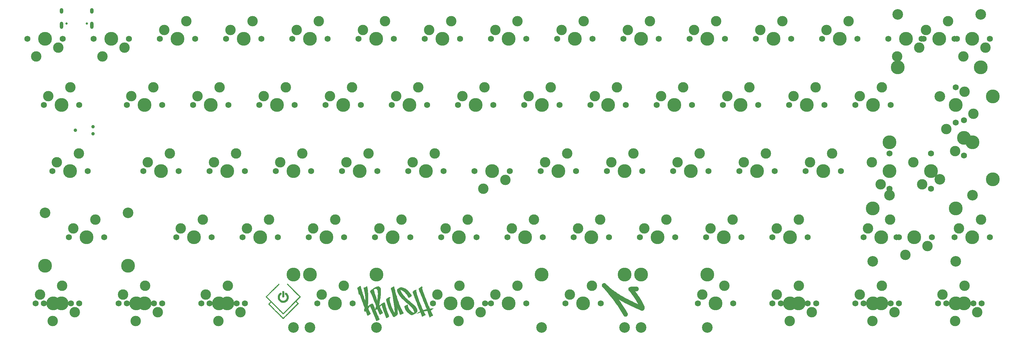
<source format=gbr>
G04 #@! TF.GenerationSoftware,KiCad,Pcbnew,(5.1.10)-1*
G04 #@! TF.CreationDate,2022-02-05T22:18:53+07:00*
G04 #@! TF.ProjectId,krush60hs,6b727573-6836-4306-9873-2e6b69636164,rev?*
G04 #@! TF.SameCoordinates,Original*
G04 #@! TF.FileFunction,Soldermask,Top*
G04 #@! TF.FilePolarity,Negative*
%FSLAX46Y46*%
G04 Gerber Fmt 4.6, Leading zero omitted, Abs format (unit mm)*
G04 Created by KiCad (PCBNEW (5.1.10)-1) date 2022-02-05 22:18:53*
%MOMM*%
%LPD*%
G01*
G04 APERTURE LIST*
%ADD10C,0.010000*%
%ADD11C,3.987800*%
%ADD12C,3.048000*%
%ADD13C,1.750000*%
%ADD14C,3.000000*%
%ADD15O,1.000000X1.600000*%
%ADD16O,1.000000X2.100000*%
%ADD17C,0.650000*%
%ADD18C,0.990600*%
G04 APERTURE END LIST*
D10*
G36*
X170231530Y-118298350D02*
G01*
X170313128Y-118319604D01*
X170392565Y-118353157D01*
X170457734Y-118391583D01*
X170469680Y-118401253D01*
X170490681Y-118420009D01*
X170519513Y-118446687D01*
X170554951Y-118480126D01*
X170595771Y-118519166D01*
X170640747Y-118562644D01*
X170688654Y-118609398D01*
X170722620Y-118642804D01*
X170967626Y-118881160D01*
X171208534Y-119108511D01*
X171447668Y-119326867D01*
X171687357Y-119538238D01*
X171929924Y-119744632D01*
X172177698Y-119948061D01*
X172433005Y-120150533D01*
X172698170Y-120354059D01*
X172740202Y-120385753D01*
X173010065Y-120585744D01*
X173284959Y-120783390D01*
X173565436Y-120979011D01*
X173852052Y-121172930D01*
X174145361Y-121365467D01*
X174445916Y-121556944D01*
X174754274Y-121747681D01*
X175070987Y-121938002D01*
X175396610Y-122128226D01*
X175731698Y-122318676D01*
X176076804Y-122509672D01*
X176432484Y-122701537D01*
X176799292Y-122894591D01*
X177177781Y-123089155D01*
X177568507Y-123285552D01*
X177972024Y-123484102D01*
X178388885Y-123685127D01*
X178625648Y-123797618D01*
X178701751Y-123833508D01*
X178782982Y-123871662D01*
X178868403Y-123911649D01*
X178957077Y-123953038D01*
X179048066Y-123995400D01*
X179140433Y-124038301D01*
X179233241Y-124081313D01*
X179325553Y-124124003D01*
X179416430Y-124165942D01*
X179504936Y-124206697D01*
X179590133Y-124245838D01*
X179671084Y-124282935D01*
X179746851Y-124317556D01*
X179816498Y-124349270D01*
X179879086Y-124377647D01*
X179933679Y-124402256D01*
X179979339Y-124422665D01*
X180015128Y-124438444D01*
X180040109Y-124449162D01*
X180053346Y-124454387D01*
X180055267Y-124454805D01*
X180052076Y-124448358D01*
X180042120Y-124431671D01*
X180026585Y-124406648D01*
X180006654Y-124375195D01*
X179983511Y-124339216D01*
X179981793Y-124336565D01*
X179959783Y-124302529D01*
X179940029Y-124271733D01*
X179921579Y-124242598D01*
X179903485Y-124213542D01*
X179884793Y-124182984D01*
X179864554Y-124149345D01*
X179841816Y-124111043D01*
X179815628Y-124066498D01*
X179785040Y-124014129D01*
X179749100Y-123952357D01*
X179706857Y-123879599D01*
X179706722Y-123879365D01*
X179407112Y-123377342D01*
X179094657Y-122881837D01*
X178769291Y-122392757D01*
X178430949Y-121910007D01*
X178079564Y-121433494D01*
X177715072Y-120963124D01*
X177381227Y-120551554D01*
X177338001Y-120499126D01*
X177302950Y-120455920D01*
X177274778Y-120420155D01*
X177252192Y-120390054D01*
X177233895Y-120363838D01*
X177218592Y-120339728D01*
X177204990Y-120315946D01*
X177192925Y-120292948D01*
X177164061Y-120226428D01*
X177141426Y-120154399D01*
X177126287Y-120081873D01*
X177119913Y-120013858D01*
X177119791Y-120004050D01*
X177122809Y-119957256D01*
X177131102Y-119903161D01*
X177143529Y-119847485D01*
X177158949Y-119795946D01*
X177164168Y-119781678D01*
X177201540Y-119704279D01*
X177251392Y-119631715D01*
X177312058Y-119565566D01*
X177381874Y-119507413D01*
X177459174Y-119458837D01*
X177542293Y-119421418D01*
X177544610Y-119420574D01*
X177579944Y-119408552D01*
X177614881Y-119398502D01*
X177651924Y-119389974D01*
X177693577Y-119382517D01*
X177742344Y-119375679D01*
X177800729Y-119369009D01*
X177867277Y-119362427D01*
X178177840Y-119337551D01*
X178487168Y-119321330D01*
X178792722Y-119313825D01*
X179091965Y-119315096D01*
X179382361Y-119325206D01*
X179391277Y-119325665D01*
X179475772Y-119332024D01*
X179548299Y-119341911D01*
X179611079Y-119355789D01*
X179666329Y-119374122D01*
X179703900Y-119390943D01*
X179785377Y-119439269D01*
X179856408Y-119497418D01*
X179917177Y-119565622D01*
X179967871Y-119644112D01*
X180008673Y-119733118D01*
X180030415Y-119798219D01*
X180038470Y-119835257D01*
X180044741Y-119882363D01*
X180049019Y-119935178D01*
X180051099Y-119989339D01*
X180050772Y-120040489D01*
X180047831Y-120084265D01*
X180044959Y-120103969D01*
X180021203Y-120196552D01*
X179986706Y-120280990D01*
X179941977Y-120356219D01*
X179898162Y-120410141D01*
X179839696Y-120465205D01*
X179777589Y-120508156D01*
X179709252Y-120540370D01*
X179632094Y-120563226D01*
X179597117Y-120570246D01*
X179576159Y-120573613D01*
X179555197Y-120576059D01*
X179532089Y-120577609D01*
X179504695Y-120578290D01*
X179470874Y-120578126D01*
X179428485Y-120577143D01*
X179375387Y-120575368D01*
X179325962Y-120573480D01*
X179268591Y-120571399D01*
X179212375Y-120569692D01*
X179159992Y-120568414D01*
X179114122Y-120567624D01*
X179077444Y-120567377D01*
X179052973Y-120567717D01*
X178986813Y-120570108D01*
X179109968Y-120733393D01*
X179418072Y-121149770D01*
X179713225Y-121564929D01*
X179996649Y-121980783D01*
X180269566Y-122399247D01*
X180533196Y-122822236D01*
X180788762Y-123251664D01*
X181037485Y-123689446D01*
X181274543Y-124126108D01*
X181343403Y-124256717D01*
X181405051Y-124375639D01*
X181459825Y-124483581D01*
X181508065Y-124581249D01*
X181550108Y-124669351D01*
X181586294Y-124748595D01*
X181616961Y-124819687D01*
X181642448Y-124883336D01*
X181659648Y-124930262D01*
X181693130Y-125035349D01*
X181717331Y-125133640D01*
X181732875Y-125228952D01*
X181740383Y-125325101D01*
X181740477Y-125425904D01*
X181740463Y-125426321D01*
X181730372Y-125547801D01*
X181708415Y-125661894D01*
X181674728Y-125768196D01*
X181629449Y-125866298D01*
X181572717Y-125955797D01*
X181551052Y-125983936D01*
X181487030Y-126052257D01*
X181415547Y-126108511D01*
X181337536Y-126152474D01*
X181253929Y-126183918D01*
X181165658Y-126202619D01*
X181073656Y-126208352D01*
X180978856Y-126200889D01*
X180882190Y-126180008D01*
X180821906Y-126160288D01*
X180804918Y-126153457D01*
X180775624Y-126141030D01*
X180734934Y-126123415D01*
X180683758Y-126101020D01*
X180623004Y-126074252D01*
X180553581Y-126043519D01*
X180476400Y-126009229D01*
X180392368Y-125971789D01*
X180302396Y-125931608D01*
X180207392Y-125889093D01*
X180108267Y-125844652D01*
X180005928Y-125798692D01*
X179901285Y-125751622D01*
X179795248Y-125703848D01*
X179688725Y-125655780D01*
X179582626Y-125607823D01*
X179477861Y-125560387D01*
X179375337Y-125513879D01*
X179275965Y-125468707D01*
X179180654Y-125425278D01*
X179090313Y-125384001D01*
X179064705Y-125372276D01*
X178676390Y-125193338D01*
X178301367Y-125018352D01*
X177939048Y-124847020D01*
X177588847Y-124679045D01*
X177250176Y-124514130D01*
X176922448Y-124351978D01*
X176605077Y-124192292D01*
X176297475Y-124034774D01*
X175999055Y-123879127D01*
X175709230Y-123725055D01*
X175427414Y-123572260D01*
X175153018Y-123420444D01*
X174885457Y-123269311D01*
X174703162Y-123164488D01*
X174643587Y-123129895D01*
X174581548Y-123093725D01*
X174518672Y-123056936D01*
X174456585Y-123020489D01*
X174396912Y-122985344D01*
X174341279Y-122952459D01*
X174291313Y-122922795D01*
X174248638Y-122897311D01*
X174214882Y-122876966D01*
X174191669Y-122862722D01*
X174187905Y-122860354D01*
X174183195Y-122857146D01*
X174179036Y-122854179D01*
X174176029Y-122852339D01*
X174174775Y-122852511D01*
X174175876Y-122855580D01*
X174179932Y-122862432D01*
X174187545Y-122873951D01*
X174199316Y-122891023D01*
X174215846Y-122914534D01*
X174237737Y-122945368D01*
X174265589Y-122984411D01*
X174300003Y-123032547D01*
X174341581Y-123090663D01*
X174390924Y-123159643D01*
X174395472Y-123166002D01*
X174759022Y-123681603D01*
X175112186Y-124197252D01*
X175456603Y-124715479D01*
X175793911Y-125238816D01*
X176125748Y-125769791D01*
X176453752Y-126310934D01*
X176682902Y-126698765D01*
X176727499Y-126775198D01*
X176765305Y-126840455D01*
X176796983Y-126895810D01*
X176823195Y-126942541D01*
X176844604Y-126981925D01*
X176861871Y-127015239D01*
X176875660Y-127043759D01*
X176886633Y-127068762D01*
X176895452Y-127091524D01*
X176902779Y-127113324D01*
X176909068Y-127134681D01*
X176925733Y-127220257D01*
X176928609Y-127305522D01*
X176918403Y-127389394D01*
X176895820Y-127470790D01*
X176861565Y-127548626D01*
X176816344Y-127621819D01*
X176760863Y-127689285D01*
X176695826Y-127749942D01*
X176621939Y-127802706D01*
X176539908Y-127846493D01*
X176450439Y-127880221D01*
X176417541Y-127889438D01*
X176372832Y-127898225D01*
X176320748Y-127904302D01*
X176266652Y-127907364D01*
X176215908Y-127907104D01*
X176174593Y-127903329D01*
X176094516Y-127883589D01*
X176016640Y-127850849D01*
X175943299Y-127806624D01*
X175876825Y-127752427D01*
X175819552Y-127689774D01*
X175796573Y-127657982D01*
X175785752Y-127640913D01*
X175768685Y-127612950D01*
X175746370Y-127575778D01*
X175719807Y-127531078D01*
X175689996Y-127480535D01*
X175657935Y-127425831D01*
X175624623Y-127368649D01*
X175617013Y-127355536D01*
X175230534Y-126702840D01*
X174830401Y-126053882D01*
X174417162Y-125409400D01*
X173991365Y-124770132D01*
X173553555Y-124136818D01*
X173104282Y-123510196D01*
X172644093Y-122891006D01*
X172173535Y-122279987D01*
X171693155Y-121677876D01*
X171203501Y-121085414D01*
X170705121Y-120503338D01*
X170198562Y-119932388D01*
X169771874Y-119467022D01*
X169737196Y-119429538D01*
X169704174Y-119393422D01*
X169674678Y-119360752D01*
X169650576Y-119333605D01*
X169633740Y-119314058D01*
X169629184Y-119308487D01*
X169580029Y-119235447D01*
X169542207Y-119155717D01*
X169516374Y-119071608D01*
X169503184Y-118985428D01*
X169503295Y-118899488D01*
X169505983Y-118874373D01*
X169525409Y-118780828D01*
X169557654Y-118692038D01*
X169601621Y-118609131D01*
X169656214Y-118533231D01*
X169720335Y-118465464D01*
X169792889Y-118406957D01*
X169872779Y-118358836D01*
X169958908Y-118322226D01*
X170050181Y-118298253D01*
X170070344Y-118294862D01*
X170149894Y-118289926D01*
X170231530Y-118298350D01*
G37*
X170231530Y-118298350D02*
X170313128Y-118319604D01*
X170392565Y-118353157D01*
X170457734Y-118391583D01*
X170469680Y-118401253D01*
X170490681Y-118420009D01*
X170519513Y-118446687D01*
X170554951Y-118480126D01*
X170595771Y-118519166D01*
X170640747Y-118562644D01*
X170688654Y-118609398D01*
X170722620Y-118642804D01*
X170967626Y-118881160D01*
X171208534Y-119108511D01*
X171447668Y-119326867D01*
X171687357Y-119538238D01*
X171929924Y-119744632D01*
X172177698Y-119948061D01*
X172433005Y-120150533D01*
X172698170Y-120354059D01*
X172740202Y-120385753D01*
X173010065Y-120585744D01*
X173284959Y-120783390D01*
X173565436Y-120979011D01*
X173852052Y-121172930D01*
X174145361Y-121365467D01*
X174445916Y-121556944D01*
X174754274Y-121747681D01*
X175070987Y-121938002D01*
X175396610Y-122128226D01*
X175731698Y-122318676D01*
X176076804Y-122509672D01*
X176432484Y-122701537D01*
X176799292Y-122894591D01*
X177177781Y-123089155D01*
X177568507Y-123285552D01*
X177972024Y-123484102D01*
X178388885Y-123685127D01*
X178625648Y-123797618D01*
X178701751Y-123833508D01*
X178782982Y-123871662D01*
X178868403Y-123911649D01*
X178957077Y-123953038D01*
X179048066Y-123995400D01*
X179140433Y-124038301D01*
X179233241Y-124081313D01*
X179325553Y-124124003D01*
X179416430Y-124165942D01*
X179504936Y-124206697D01*
X179590133Y-124245838D01*
X179671084Y-124282935D01*
X179746851Y-124317556D01*
X179816498Y-124349270D01*
X179879086Y-124377647D01*
X179933679Y-124402256D01*
X179979339Y-124422665D01*
X180015128Y-124438444D01*
X180040109Y-124449162D01*
X180053346Y-124454387D01*
X180055267Y-124454805D01*
X180052076Y-124448358D01*
X180042120Y-124431671D01*
X180026585Y-124406648D01*
X180006654Y-124375195D01*
X179983511Y-124339216D01*
X179981793Y-124336565D01*
X179959783Y-124302529D01*
X179940029Y-124271733D01*
X179921579Y-124242598D01*
X179903485Y-124213542D01*
X179884793Y-124182984D01*
X179864554Y-124149345D01*
X179841816Y-124111043D01*
X179815628Y-124066498D01*
X179785040Y-124014129D01*
X179749100Y-123952357D01*
X179706857Y-123879599D01*
X179706722Y-123879365D01*
X179407112Y-123377342D01*
X179094657Y-122881837D01*
X178769291Y-122392757D01*
X178430949Y-121910007D01*
X178079564Y-121433494D01*
X177715072Y-120963124D01*
X177381227Y-120551554D01*
X177338001Y-120499126D01*
X177302950Y-120455920D01*
X177274778Y-120420155D01*
X177252192Y-120390054D01*
X177233895Y-120363838D01*
X177218592Y-120339728D01*
X177204990Y-120315946D01*
X177192925Y-120292948D01*
X177164061Y-120226428D01*
X177141426Y-120154399D01*
X177126287Y-120081873D01*
X177119913Y-120013858D01*
X177119791Y-120004050D01*
X177122809Y-119957256D01*
X177131102Y-119903161D01*
X177143529Y-119847485D01*
X177158949Y-119795946D01*
X177164168Y-119781678D01*
X177201540Y-119704279D01*
X177251392Y-119631715D01*
X177312058Y-119565566D01*
X177381874Y-119507413D01*
X177459174Y-119458837D01*
X177542293Y-119421418D01*
X177544610Y-119420574D01*
X177579944Y-119408552D01*
X177614881Y-119398502D01*
X177651924Y-119389974D01*
X177693577Y-119382517D01*
X177742344Y-119375679D01*
X177800729Y-119369009D01*
X177867277Y-119362427D01*
X178177840Y-119337551D01*
X178487168Y-119321330D01*
X178792722Y-119313825D01*
X179091965Y-119315096D01*
X179382361Y-119325206D01*
X179391277Y-119325665D01*
X179475772Y-119332024D01*
X179548299Y-119341911D01*
X179611079Y-119355789D01*
X179666329Y-119374122D01*
X179703900Y-119390943D01*
X179785377Y-119439269D01*
X179856408Y-119497418D01*
X179917177Y-119565622D01*
X179967871Y-119644112D01*
X180008673Y-119733118D01*
X180030415Y-119798219D01*
X180038470Y-119835257D01*
X180044741Y-119882363D01*
X180049019Y-119935178D01*
X180051099Y-119989339D01*
X180050772Y-120040489D01*
X180047831Y-120084265D01*
X180044959Y-120103969D01*
X180021203Y-120196552D01*
X179986706Y-120280990D01*
X179941977Y-120356219D01*
X179898162Y-120410141D01*
X179839696Y-120465205D01*
X179777589Y-120508156D01*
X179709252Y-120540370D01*
X179632094Y-120563226D01*
X179597117Y-120570246D01*
X179576159Y-120573613D01*
X179555197Y-120576059D01*
X179532089Y-120577609D01*
X179504695Y-120578290D01*
X179470874Y-120578126D01*
X179428485Y-120577143D01*
X179375387Y-120575368D01*
X179325962Y-120573480D01*
X179268591Y-120571399D01*
X179212375Y-120569692D01*
X179159992Y-120568414D01*
X179114122Y-120567624D01*
X179077444Y-120567377D01*
X179052973Y-120567717D01*
X178986813Y-120570108D01*
X179109968Y-120733393D01*
X179418072Y-121149770D01*
X179713225Y-121564929D01*
X179996649Y-121980783D01*
X180269566Y-122399247D01*
X180533196Y-122822236D01*
X180788762Y-123251664D01*
X181037485Y-123689446D01*
X181274543Y-124126108D01*
X181343403Y-124256717D01*
X181405051Y-124375639D01*
X181459825Y-124483581D01*
X181508065Y-124581249D01*
X181550108Y-124669351D01*
X181586294Y-124748595D01*
X181616961Y-124819687D01*
X181642448Y-124883336D01*
X181659648Y-124930262D01*
X181693130Y-125035349D01*
X181717331Y-125133640D01*
X181732875Y-125228952D01*
X181740383Y-125325101D01*
X181740477Y-125425904D01*
X181740463Y-125426321D01*
X181730372Y-125547801D01*
X181708415Y-125661894D01*
X181674728Y-125768196D01*
X181629449Y-125866298D01*
X181572717Y-125955797D01*
X181551052Y-125983936D01*
X181487030Y-126052257D01*
X181415547Y-126108511D01*
X181337536Y-126152474D01*
X181253929Y-126183918D01*
X181165658Y-126202619D01*
X181073656Y-126208352D01*
X180978856Y-126200889D01*
X180882190Y-126180008D01*
X180821906Y-126160288D01*
X180804918Y-126153457D01*
X180775624Y-126141030D01*
X180734934Y-126123415D01*
X180683758Y-126101020D01*
X180623004Y-126074252D01*
X180553581Y-126043519D01*
X180476400Y-126009229D01*
X180392368Y-125971789D01*
X180302396Y-125931608D01*
X180207392Y-125889093D01*
X180108267Y-125844652D01*
X180005928Y-125798692D01*
X179901285Y-125751622D01*
X179795248Y-125703848D01*
X179688725Y-125655780D01*
X179582626Y-125607823D01*
X179477861Y-125560387D01*
X179375337Y-125513879D01*
X179275965Y-125468707D01*
X179180654Y-125425278D01*
X179090313Y-125384001D01*
X179064705Y-125372276D01*
X178676390Y-125193338D01*
X178301367Y-125018352D01*
X177939048Y-124847020D01*
X177588847Y-124679045D01*
X177250176Y-124514130D01*
X176922448Y-124351978D01*
X176605077Y-124192292D01*
X176297475Y-124034774D01*
X175999055Y-123879127D01*
X175709230Y-123725055D01*
X175427414Y-123572260D01*
X175153018Y-123420444D01*
X174885457Y-123269311D01*
X174703162Y-123164488D01*
X174643587Y-123129895D01*
X174581548Y-123093725D01*
X174518672Y-123056936D01*
X174456585Y-123020489D01*
X174396912Y-122985344D01*
X174341279Y-122952459D01*
X174291313Y-122922795D01*
X174248638Y-122897311D01*
X174214882Y-122876966D01*
X174191669Y-122862722D01*
X174187905Y-122860354D01*
X174183195Y-122857146D01*
X174179036Y-122854179D01*
X174176029Y-122852339D01*
X174174775Y-122852511D01*
X174175876Y-122855580D01*
X174179932Y-122862432D01*
X174187545Y-122873951D01*
X174199316Y-122891023D01*
X174215846Y-122914534D01*
X174237737Y-122945368D01*
X174265589Y-122984411D01*
X174300003Y-123032547D01*
X174341581Y-123090663D01*
X174390924Y-123159643D01*
X174395472Y-123166002D01*
X174759022Y-123681603D01*
X175112186Y-124197252D01*
X175456603Y-124715479D01*
X175793911Y-125238816D01*
X176125748Y-125769791D01*
X176453752Y-126310934D01*
X176682902Y-126698765D01*
X176727499Y-126775198D01*
X176765305Y-126840455D01*
X176796983Y-126895810D01*
X176823195Y-126942541D01*
X176844604Y-126981925D01*
X176861871Y-127015239D01*
X176875660Y-127043759D01*
X176886633Y-127068762D01*
X176895452Y-127091524D01*
X176902779Y-127113324D01*
X176909068Y-127134681D01*
X176925733Y-127220257D01*
X176928609Y-127305522D01*
X176918403Y-127389394D01*
X176895820Y-127470790D01*
X176861565Y-127548626D01*
X176816344Y-127621819D01*
X176760863Y-127689285D01*
X176695826Y-127749942D01*
X176621939Y-127802706D01*
X176539908Y-127846493D01*
X176450439Y-127880221D01*
X176417541Y-127889438D01*
X176372832Y-127898225D01*
X176320748Y-127904302D01*
X176266652Y-127907364D01*
X176215908Y-127907104D01*
X176174593Y-127903329D01*
X176094516Y-127883589D01*
X176016640Y-127850849D01*
X175943299Y-127806624D01*
X175876825Y-127752427D01*
X175819552Y-127689774D01*
X175796573Y-127657982D01*
X175785752Y-127640913D01*
X175768685Y-127612950D01*
X175746370Y-127575778D01*
X175719807Y-127531078D01*
X175689996Y-127480535D01*
X175657935Y-127425831D01*
X175624623Y-127368649D01*
X175617013Y-127355536D01*
X175230534Y-126702840D01*
X174830401Y-126053882D01*
X174417162Y-125409400D01*
X173991365Y-124770132D01*
X173553555Y-124136818D01*
X173104282Y-123510196D01*
X172644093Y-122891006D01*
X172173535Y-122279987D01*
X171693155Y-121677876D01*
X171203501Y-121085414D01*
X170705121Y-120503338D01*
X170198562Y-119932388D01*
X169771874Y-119467022D01*
X169737196Y-119429538D01*
X169704174Y-119393422D01*
X169674678Y-119360752D01*
X169650576Y-119333605D01*
X169633740Y-119314058D01*
X169629184Y-119308487D01*
X169580029Y-119235447D01*
X169542207Y-119155717D01*
X169516374Y-119071608D01*
X169503184Y-118985428D01*
X169503295Y-118899488D01*
X169505983Y-118874373D01*
X169525409Y-118780828D01*
X169557654Y-118692038D01*
X169601621Y-118609131D01*
X169656214Y-118533231D01*
X169720335Y-118465464D01*
X169792889Y-118406957D01*
X169872779Y-118358836D01*
X169958908Y-118322226D01*
X170050181Y-118298253D01*
X170070344Y-118294862D01*
X170149894Y-118289926D01*
X170231530Y-118298350D01*
G36*
X77876085Y-120586434D02*
G01*
X77917992Y-120597893D01*
X77929252Y-120602453D01*
X77972386Y-120627073D01*
X78010885Y-120659956D01*
X78042772Y-120698929D01*
X78066071Y-120741817D01*
X78072749Y-120760245D01*
X78074480Y-120766081D01*
X78076028Y-120772189D01*
X78077402Y-120779208D01*
X78078613Y-120787776D01*
X78079671Y-120798533D01*
X78080585Y-120812117D01*
X78081367Y-120829168D01*
X78082026Y-120850324D01*
X78082573Y-120876225D01*
X78083017Y-120907510D01*
X78083368Y-120944817D01*
X78083637Y-120988785D01*
X78083835Y-121040054D01*
X78083970Y-121099263D01*
X78084054Y-121167050D01*
X78084095Y-121244054D01*
X78084106Y-121330916D01*
X78084095Y-121428272D01*
X78084086Y-121474610D01*
X78084015Y-121583359D01*
X78083851Y-121684055D01*
X78083596Y-121776370D01*
X78083253Y-121859981D01*
X78082825Y-121934562D01*
X78082315Y-121999789D01*
X78081724Y-122055336D01*
X78081056Y-122100880D01*
X78080314Y-122136094D01*
X78079499Y-122160655D01*
X78078616Y-122174236D01*
X78078296Y-122176312D01*
X78064624Y-122217093D01*
X78042443Y-122255356D01*
X78014339Y-122289385D01*
X77983112Y-122319449D01*
X77952640Y-122341110D01*
X77919501Y-122356592D01*
X77901965Y-122362386D01*
X77869160Y-122368852D01*
X77831380Y-122371237D01*
X77793266Y-122369591D01*
X77759464Y-122363960D01*
X77748684Y-122360776D01*
X77701532Y-122338643D01*
X77659898Y-122307465D01*
X77625058Y-122268791D01*
X77598293Y-122224173D01*
X77580882Y-122175162D01*
X77576400Y-122151817D01*
X77575511Y-122139722D01*
X77574697Y-122117134D01*
X77573958Y-122084967D01*
X77573294Y-122044136D01*
X77572705Y-121995555D01*
X77572191Y-121940138D01*
X77571751Y-121878800D01*
X77571386Y-121812455D01*
X77571095Y-121742018D01*
X77570879Y-121668402D01*
X77570737Y-121592522D01*
X77570670Y-121515292D01*
X77570677Y-121437627D01*
X77570758Y-121360442D01*
X77570913Y-121284649D01*
X77571142Y-121211165D01*
X77571446Y-121140902D01*
X77571823Y-121074776D01*
X77572275Y-121013701D01*
X77572800Y-120958591D01*
X77573399Y-120910360D01*
X77574072Y-120869923D01*
X77574818Y-120838194D01*
X77575638Y-120816088D01*
X77576495Y-120804761D01*
X77589440Y-120753286D01*
X77612153Y-120706321D01*
X77643483Y-120665044D01*
X77682277Y-120630637D01*
X77727383Y-120604279D01*
X77777651Y-120587150D01*
X77791629Y-120584318D01*
X77832298Y-120581690D01*
X77876085Y-120586434D01*
G37*
X77876085Y-120586434D02*
X77917992Y-120597893D01*
X77929252Y-120602453D01*
X77972386Y-120627073D01*
X78010885Y-120659956D01*
X78042772Y-120698929D01*
X78066071Y-120741817D01*
X78072749Y-120760245D01*
X78074480Y-120766081D01*
X78076028Y-120772189D01*
X78077402Y-120779208D01*
X78078613Y-120787776D01*
X78079671Y-120798533D01*
X78080585Y-120812117D01*
X78081367Y-120829168D01*
X78082026Y-120850324D01*
X78082573Y-120876225D01*
X78083017Y-120907510D01*
X78083368Y-120944817D01*
X78083637Y-120988785D01*
X78083835Y-121040054D01*
X78083970Y-121099263D01*
X78084054Y-121167050D01*
X78084095Y-121244054D01*
X78084106Y-121330916D01*
X78084095Y-121428272D01*
X78084086Y-121474610D01*
X78084015Y-121583359D01*
X78083851Y-121684055D01*
X78083596Y-121776370D01*
X78083253Y-121859981D01*
X78082825Y-121934562D01*
X78082315Y-121999789D01*
X78081724Y-122055336D01*
X78081056Y-122100880D01*
X78080314Y-122136094D01*
X78079499Y-122160655D01*
X78078616Y-122174236D01*
X78078296Y-122176312D01*
X78064624Y-122217093D01*
X78042443Y-122255356D01*
X78014339Y-122289385D01*
X77983112Y-122319449D01*
X77952640Y-122341110D01*
X77919501Y-122356592D01*
X77901965Y-122362386D01*
X77869160Y-122368852D01*
X77831380Y-122371237D01*
X77793266Y-122369591D01*
X77759464Y-122363960D01*
X77748684Y-122360776D01*
X77701532Y-122338643D01*
X77659898Y-122307465D01*
X77625058Y-122268791D01*
X77598293Y-122224173D01*
X77580882Y-122175162D01*
X77576400Y-122151817D01*
X77575511Y-122139722D01*
X77574697Y-122117134D01*
X77573958Y-122084967D01*
X77573294Y-122044136D01*
X77572705Y-121995555D01*
X77572191Y-121940138D01*
X77571751Y-121878800D01*
X77571386Y-121812455D01*
X77571095Y-121742018D01*
X77570879Y-121668402D01*
X77570737Y-121592522D01*
X77570670Y-121515292D01*
X77570677Y-121437627D01*
X77570758Y-121360442D01*
X77570913Y-121284649D01*
X77571142Y-121211165D01*
X77571446Y-121140902D01*
X77571823Y-121074776D01*
X77572275Y-121013701D01*
X77572800Y-120958591D01*
X77573399Y-120910360D01*
X77574072Y-120869923D01*
X77574818Y-120838194D01*
X77575638Y-120816088D01*
X77576495Y-120804761D01*
X77589440Y-120753286D01*
X77612153Y-120706321D01*
X77643483Y-120665044D01*
X77682277Y-120630637D01*
X77727383Y-120604279D01*
X77777651Y-120587150D01*
X77791629Y-120584318D01*
X77832298Y-120581690D01*
X77876085Y-120586434D01*
G36*
X78657030Y-121102492D02*
G01*
X78705206Y-121119734D01*
X78730296Y-121134004D01*
X78761409Y-121155574D01*
X78797006Y-121183191D01*
X78835548Y-121215602D01*
X78875496Y-121251556D01*
X78915313Y-121289797D01*
X78920701Y-121295175D01*
X78990637Y-121369184D01*
X79051971Y-121442877D01*
X79106807Y-121519179D01*
X79157245Y-121601017D01*
X79205387Y-121691317D01*
X79205804Y-121692152D01*
X79258912Y-121811272D01*
X79301382Y-121933996D01*
X79333139Y-122059603D01*
X79354107Y-122187369D01*
X79364212Y-122316572D01*
X79363378Y-122446488D01*
X79351530Y-122576396D01*
X79328594Y-122705572D01*
X79316304Y-122756851D01*
X79285005Y-122860211D01*
X79244344Y-122965318D01*
X79195566Y-123069694D01*
X79139915Y-123170864D01*
X79078635Y-123266349D01*
X79022479Y-123341907D01*
X78995568Y-123373707D01*
X78962208Y-123410184D01*
X78924859Y-123448880D01*
X78885982Y-123487334D01*
X78848037Y-123523086D01*
X78813483Y-123553675D01*
X78797709Y-123566696D01*
X78704939Y-123634876D01*
X78605019Y-123697360D01*
X78499988Y-123753177D01*
X78391885Y-123801357D01*
X78282748Y-123840931D01*
X78174616Y-123870928D01*
X78144158Y-123877611D01*
X78066387Y-123891235D01*
X77983762Y-123901397D01*
X77899821Y-123907850D01*
X77818097Y-123910351D01*
X77742128Y-123908654D01*
X77718449Y-123907094D01*
X77598168Y-123893028D01*
X77480698Y-123869671D01*
X77366377Y-123837565D01*
X77241759Y-123791901D01*
X77123033Y-123736692D01*
X77010577Y-123672388D01*
X76904769Y-123599439D01*
X76805989Y-123518298D01*
X76714615Y-123429415D01*
X76631026Y-123333239D01*
X76555599Y-123230223D01*
X76488715Y-123120817D01*
X76430750Y-123005472D01*
X76382084Y-122884638D01*
X76343096Y-122758766D01*
X76314163Y-122628307D01*
X76305382Y-122574199D01*
X76300787Y-122532768D01*
X76297538Y-122482855D01*
X76295636Y-122427316D01*
X76295082Y-122369005D01*
X76295877Y-122310778D01*
X76298020Y-122255489D01*
X76301514Y-122205994D01*
X76305288Y-122172436D01*
X76329197Y-122040719D01*
X76363727Y-121912579D01*
X76408645Y-121788573D01*
X76463716Y-121669260D01*
X76528708Y-121555197D01*
X76603385Y-121446941D01*
X76616547Y-121429772D01*
X76648128Y-121391345D01*
X76684382Y-121350901D01*
X76723858Y-121309776D01*
X76765107Y-121269305D01*
X76806678Y-121230824D01*
X76847121Y-121195669D01*
X76884987Y-121165175D01*
X76918826Y-121140678D01*
X76947187Y-121123513D01*
X76951214Y-121121491D01*
X77000864Y-121103526D01*
X77052366Y-121096143D01*
X77103976Y-121099167D01*
X77153952Y-121112425D01*
X77200552Y-121135746D01*
X77218024Y-121147981D01*
X77242553Y-121171147D01*
X77266652Y-121201483D01*
X77287531Y-121234994D01*
X77302398Y-121267681D01*
X77303181Y-121269952D01*
X77313468Y-121317422D01*
X77314314Y-121367780D01*
X77306113Y-121418120D01*
X77289256Y-121465531D01*
X77272772Y-121495036D01*
X77259759Y-121511336D01*
X77240850Y-121530957D01*
X77219392Y-121550513D01*
X77211276Y-121557216D01*
X77178787Y-121584828D01*
X77142822Y-121618156D01*
X77105562Y-121654945D01*
X77069184Y-121692939D01*
X77035866Y-121729882D01*
X77007787Y-121763520D01*
X76992580Y-121783660D01*
X76944439Y-121859303D01*
X76901585Y-121942499D01*
X76865373Y-122030083D01*
X76837157Y-122118893D01*
X76822836Y-122180357D01*
X76815140Y-122230351D01*
X76809767Y-122287631D01*
X76806866Y-122348278D01*
X76806588Y-122408371D01*
X76809083Y-122463991D01*
X76811135Y-122486377D01*
X76828298Y-122591157D01*
X76856320Y-122693124D01*
X76894838Y-122791546D01*
X76943486Y-122885688D01*
X77001900Y-122974815D01*
X77069715Y-123058195D01*
X77122347Y-123112520D01*
X77200522Y-123179969D01*
X77286312Y-123239787D01*
X77378218Y-123291217D01*
X77474740Y-123333500D01*
X77574378Y-123365877D01*
X77661843Y-123385296D01*
X77696240Y-123389816D01*
X77738597Y-123393117D01*
X77785923Y-123395170D01*
X77835224Y-123395944D01*
X77883508Y-123395410D01*
X77927783Y-123393539D01*
X77965056Y-123390302D01*
X77978630Y-123388410D01*
X78085480Y-123365497D01*
X78188146Y-123332400D01*
X78285970Y-123289553D01*
X78378294Y-123237393D01*
X78464459Y-123176355D01*
X78543807Y-123106873D01*
X78615680Y-123029384D01*
X78679418Y-122944322D01*
X78700841Y-122910963D01*
X78720544Y-122876528D01*
X78741841Y-122835313D01*
X78762921Y-122791152D01*
X78781971Y-122747880D01*
X78797181Y-122709333D01*
X78800458Y-122700048D01*
X78828900Y-122599289D01*
X78846532Y-122496255D01*
X78853462Y-122392001D01*
X78849796Y-122287587D01*
X78835643Y-122184068D01*
X78811111Y-122082504D01*
X78776306Y-121983950D01*
X78731338Y-121889466D01*
X78714938Y-121860465D01*
X78669046Y-121788605D01*
X78619296Y-121723231D01*
X78563501Y-121661799D01*
X78499473Y-121601764D01*
X78473430Y-121579538D01*
X78448464Y-121557993D01*
X78425009Y-121536460D01*
X78405335Y-121517112D01*
X78391713Y-121502121D01*
X78389384Y-121499125D01*
X78366688Y-121459572D01*
X78351166Y-121414198D01*
X78343476Y-121366365D01*
X78344277Y-121319438D01*
X78349042Y-121293374D01*
X78367333Y-121242766D01*
X78393902Y-121198580D01*
X78427495Y-121161425D01*
X78466862Y-121131913D01*
X78510751Y-121110654D01*
X78557910Y-121098257D01*
X78607087Y-121095333D01*
X78657030Y-121102492D01*
G37*
X78657030Y-121102492D02*
X78705206Y-121119734D01*
X78730296Y-121134004D01*
X78761409Y-121155574D01*
X78797006Y-121183191D01*
X78835548Y-121215602D01*
X78875496Y-121251556D01*
X78915313Y-121289797D01*
X78920701Y-121295175D01*
X78990637Y-121369184D01*
X79051971Y-121442877D01*
X79106807Y-121519179D01*
X79157245Y-121601017D01*
X79205387Y-121691317D01*
X79205804Y-121692152D01*
X79258912Y-121811272D01*
X79301382Y-121933996D01*
X79333139Y-122059603D01*
X79354107Y-122187369D01*
X79364212Y-122316572D01*
X79363378Y-122446488D01*
X79351530Y-122576396D01*
X79328594Y-122705572D01*
X79316304Y-122756851D01*
X79285005Y-122860211D01*
X79244344Y-122965318D01*
X79195566Y-123069694D01*
X79139915Y-123170864D01*
X79078635Y-123266349D01*
X79022479Y-123341907D01*
X78995568Y-123373707D01*
X78962208Y-123410184D01*
X78924859Y-123448880D01*
X78885982Y-123487334D01*
X78848037Y-123523086D01*
X78813483Y-123553675D01*
X78797709Y-123566696D01*
X78704939Y-123634876D01*
X78605019Y-123697360D01*
X78499988Y-123753177D01*
X78391885Y-123801357D01*
X78282748Y-123840931D01*
X78174616Y-123870928D01*
X78144158Y-123877611D01*
X78066387Y-123891235D01*
X77983762Y-123901397D01*
X77899821Y-123907850D01*
X77818097Y-123910351D01*
X77742128Y-123908654D01*
X77718449Y-123907094D01*
X77598168Y-123893028D01*
X77480698Y-123869671D01*
X77366377Y-123837565D01*
X77241759Y-123791901D01*
X77123033Y-123736692D01*
X77010577Y-123672388D01*
X76904769Y-123599439D01*
X76805989Y-123518298D01*
X76714615Y-123429415D01*
X76631026Y-123333239D01*
X76555599Y-123230223D01*
X76488715Y-123120817D01*
X76430750Y-123005472D01*
X76382084Y-122884638D01*
X76343096Y-122758766D01*
X76314163Y-122628307D01*
X76305382Y-122574199D01*
X76300787Y-122532768D01*
X76297538Y-122482855D01*
X76295636Y-122427316D01*
X76295082Y-122369005D01*
X76295877Y-122310778D01*
X76298020Y-122255489D01*
X76301514Y-122205994D01*
X76305288Y-122172436D01*
X76329197Y-122040719D01*
X76363727Y-121912579D01*
X76408645Y-121788573D01*
X76463716Y-121669260D01*
X76528708Y-121555197D01*
X76603385Y-121446941D01*
X76616547Y-121429772D01*
X76648128Y-121391345D01*
X76684382Y-121350901D01*
X76723858Y-121309776D01*
X76765107Y-121269305D01*
X76806678Y-121230824D01*
X76847121Y-121195669D01*
X76884987Y-121165175D01*
X76918826Y-121140678D01*
X76947187Y-121123513D01*
X76951214Y-121121491D01*
X77000864Y-121103526D01*
X77052366Y-121096143D01*
X77103976Y-121099167D01*
X77153952Y-121112425D01*
X77200552Y-121135746D01*
X77218024Y-121147981D01*
X77242553Y-121171147D01*
X77266652Y-121201483D01*
X77287531Y-121234994D01*
X77302398Y-121267681D01*
X77303181Y-121269952D01*
X77313468Y-121317422D01*
X77314314Y-121367780D01*
X77306113Y-121418120D01*
X77289256Y-121465531D01*
X77272772Y-121495036D01*
X77259759Y-121511336D01*
X77240850Y-121530957D01*
X77219392Y-121550513D01*
X77211276Y-121557216D01*
X77178787Y-121584828D01*
X77142822Y-121618156D01*
X77105562Y-121654945D01*
X77069184Y-121692939D01*
X77035866Y-121729882D01*
X77007787Y-121763520D01*
X76992580Y-121783660D01*
X76944439Y-121859303D01*
X76901585Y-121942499D01*
X76865373Y-122030083D01*
X76837157Y-122118893D01*
X76822836Y-122180357D01*
X76815140Y-122230351D01*
X76809767Y-122287631D01*
X76806866Y-122348278D01*
X76806588Y-122408371D01*
X76809083Y-122463991D01*
X76811135Y-122486377D01*
X76828298Y-122591157D01*
X76856320Y-122693124D01*
X76894838Y-122791546D01*
X76943486Y-122885688D01*
X77001900Y-122974815D01*
X77069715Y-123058195D01*
X77122347Y-123112520D01*
X77200522Y-123179969D01*
X77286312Y-123239787D01*
X77378218Y-123291217D01*
X77474740Y-123333500D01*
X77574378Y-123365877D01*
X77661843Y-123385296D01*
X77696240Y-123389816D01*
X77738597Y-123393117D01*
X77785923Y-123395170D01*
X77835224Y-123395944D01*
X77883508Y-123395410D01*
X77927783Y-123393539D01*
X77965056Y-123390302D01*
X77978630Y-123388410D01*
X78085480Y-123365497D01*
X78188146Y-123332400D01*
X78285970Y-123289553D01*
X78378294Y-123237393D01*
X78464459Y-123176355D01*
X78543807Y-123106873D01*
X78615680Y-123029384D01*
X78679418Y-122944322D01*
X78700841Y-122910963D01*
X78720544Y-122876528D01*
X78741841Y-122835313D01*
X78762921Y-122791152D01*
X78781971Y-122747880D01*
X78797181Y-122709333D01*
X78800458Y-122700048D01*
X78828900Y-122599289D01*
X78846532Y-122496255D01*
X78853462Y-122392001D01*
X78849796Y-122287587D01*
X78835643Y-122184068D01*
X78811111Y-122082504D01*
X78776306Y-121983950D01*
X78731338Y-121889466D01*
X78714938Y-121860465D01*
X78669046Y-121788605D01*
X78619296Y-121723231D01*
X78563501Y-121661799D01*
X78499473Y-121601764D01*
X78473430Y-121579538D01*
X78448464Y-121557993D01*
X78425009Y-121536460D01*
X78405335Y-121517112D01*
X78391713Y-121502121D01*
X78389384Y-121499125D01*
X78366688Y-121459572D01*
X78351166Y-121414198D01*
X78343476Y-121366365D01*
X78344277Y-121319438D01*
X78349042Y-121293374D01*
X78367333Y-121242766D01*
X78393902Y-121198580D01*
X78427495Y-121161425D01*
X78466862Y-121131913D01*
X78510751Y-121110654D01*
X78557910Y-121098257D01*
X78607087Y-121095333D01*
X78657030Y-121102492D01*
G36*
X76590102Y-118515292D02*
G01*
X76622695Y-118526418D01*
X76650763Y-118546174D01*
X76664691Y-118562320D01*
X76677963Y-118589660D01*
X76684555Y-118622033D01*
X76683798Y-118654770D01*
X76680202Y-118670625D01*
X76678535Y-118673543D01*
X76674583Y-118678679D01*
X76668142Y-118686239D01*
X76659009Y-118696428D01*
X76646979Y-118709452D01*
X76631849Y-118725517D01*
X76613415Y-118744828D01*
X76591473Y-118767592D01*
X76565819Y-118794014D01*
X76536249Y-118824299D01*
X76502559Y-118858654D01*
X76464545Y-118897285D01*
X76422003Y-118940396D01*
X76374729Y-118988195D01*
X76322520Y-119040885D01*
X76265171Y-119098674D01*
X76202479Y-119161767D01*
X76134239Y-119230370D01*
X76060248Y-119304688D01*
X75980302Y-119384928D01*
X75894196Y-119471294D01*
X75801727Y-119563993D01*
X75702691Y-119663231D01*
X75596884Y-119769213D01*
X75484102Y-119882144D01*
X75364141Y-120002232D01*
X75236797Y-120129680D01*
X75101866Y-120264696D01*
X74959145Y-120407485D01*
X74897219Y-120469435D01*
X73121259Y-122246018D01*
X77830229Y-126954988D01*
X80184719Y-124600493D01*
X82539208Y-122245998D01*
X80766035Y-120472279D01*
X80646721Y-120352906D01*
X80529420Y-120235506D01*
X80414392Y-120120338D01*
X80301897Y-120007664D01*
X80192195Y-119897747D01*
X80085545Y-119790846D01*
X79982207Y-119687223D01*
X79882441Y-119587140D01*
X79786508Y-119490857D01*
X79694666Y-119398636D01*
X79607176Y-119310739D01*
X79524297Y-119227426D01*
X79446289Y-119148960D01*
X79373412Y-119075600D01*
X79305927Y-119007609D01*
X79244092Y-118945247D01*
X79188167Y-118888777D01*
X79138412Y-118838459D01*
X79095088Y-118794555D01*
X79058454Y-118757325D01*
X79028769Y-118727032D01*
X79006294Y-118703936D01*
X78991289Y-118688299D01*
X78984012Y-118680382D01*
X78983349Y-118679503D01*
X78974676Y-118650298D01*
X78974629Y-118617877D01*
X78982543Y-118585657D01*
X78997752Y-118557057D01*
X79009849Y-118543292D01*
X79036967Y-118525316D01*
X79069276Y-118515347D01*
X79103383Y-118513869D01*
X79135892Y-118521366D01*
X79142659Y-118524349D01*
X79148099Y-118528725D01*
X79160208Y-118539824D01*
X79179048Y-118557711D01*
X79204684Y-118582448D01*
X79237181Y-118614100D01*
X79276603Y-118652731D01*
X79323012Y-118698403D01*
X79376475Y-118751181D01*
X79437054Y-118811129D01*
X79504814Y-118878309D01*
X79579819Y-118952786D01*
X79662133Y-119034624D01*
X79751820Y-119123887D01*
X79848944Y-119220637D01*
X79953570Y-119324938D01*
X80065761Y-119436855D01*
X80185581Y-119556452D01*
X80313095Y-119683791D01*
X80448367Y-119818936D01*
X80591460Y-119961951D01*
X80742440Y-120112901D01*
X80901369Y-120271848D01*
X80990346Y-120360854D01*
X82814826Y-122186065D01*
X82821713Y-122216031D01*
X82825598Y-122240718D01*
X82824203Y-122263462D01*
X82821686Y-122275963D01*
X82820656Y-122280115D01*
X82819274Y-122284324D01*
X82817152Y-122288993D01*
X82813905Y-122294524D01*
X82809145Y-122301316D01*
X82802487Y-122309773D01*
X82793544Y-122320296D01*
X82781930Y-122333285D01*
X82767258Y-122349144D01*
X82749143Y-122368272D01*
X82727196Y-122391072D01*
X82701033Y-122417946D01*
X82670267Y-122449294D01*
X82634511Y-122485519D01*
X82593379Y-122527021D01*
X82546485Y-122574202D01*
X82493442Y-122627465D01*
X82433863Y-122687209D01*
X82367363Y-122753838D01*
X82293555Y-122827752D01*
X82214749Y-122906653D01*
X81614725Y-123507377D01*
X81920675Y-123814204D01*
X81977743Y-123871457D01*
X82027280Y-123921227D01*
X82069831Y-123964097D01*
X82105942Y-124000649D01*
X82136160Y-124031469D01*
X82161029Y-124057140D01*
X82181096Y-124078245D01*
X82196906Y-124095368D01*
X82209004Y-124109093D01*
X82217937Y-124120003D01*
X82224250Y-124128683D01*
X82228489Y-124135714D01*
X82231199Y-124141682D01*
X82232927Y-124147170D01*
X82233272Y-124148545D01*
X82236914Y-124182949D01*
X82231786Y-124215826D01*
X82225600Y-124231284D01*
X82221188Y-124236092D01*
X82208938Y-124248735D01*
X82189082Y-124268977D01*
X82161857Y-124296585D01*
X82127496Y-124331321D01*
X82086235Y-124372950D01*
X82038308Y-124421238D01*
X81983949Y-124475949D01*
X81923393Y-124536848D01*
X81856876Y-124603698D01*
X81784630Y-124676265D01*
X81706892Y-124754314D01*
X81623895Y-124837608D01*
X81535874Y-124925913D01*
X81443065Y-125018993D01*
X81345701Y-125116613D01*
X81244017Y-125218538D01*
X81138247Y-125324531D01*
X81028627Y-125434358D01*
X80915391Y-125547784D01*
X80798774Y-125664572D01*
X80679009Y-125784488D01*
X80556333Y-125907296D01*
X80430979Y-126032761D01*
X80303182Y-126160647D01*
X80173176Y-126290720D01*
X80058790Y-126405145D01*
X79883576Y-126580389D01*
X79716332Y-126747626D01*
X79556974Y-126906940D01*
X79405420Y-127058413D01*
X79261585Y-127202129D01*
X79125385Y-127338172D01*
X78996737Y-127466624D01*
X78875557Y-127587570D01*
X78761761Y-127701091D01*
X78655266Y-127807272D01*
X78555988Y-127906196D01*
X78463843Y-127997947D01*
X78378746Y-128082606D01*
X78300616Y-128160258D01*
X78229367Y-128230987D01*
X78164917Y-128294874D01*
X78107181Y-128352005D01*
X78056075Y-128402461D01*
X78011516Y-128446326D01*
X77973421Y-128483684D01*
X77941705Y-128514617D01*
X77916284Y-128539210D01*
X77897076Y-128557545D01*
X77883996Y-128569705D01*
X77876960Y-128575775D01*
X77875888Y-128576486D01*
X77844082Y-128585416D01*
X77808611Y-128584975D01*
X77787416Y-128580332D01*
X77784350Y-128578351D01*
X77778202Y-128573237D01*
X77768799Y-128564817D01*
X77755969Y-128552920D01*
X77739538Y-128537375D01*
X77719334Y-128518009D01*
X77695184Y-128494651D01*
X77666916Y-128467129D01*
X77634355Y-128435272D01*
X77597330Y-128398908D01*
X77555667Y-128357865D01*
X77509194Y-128311972D01*
X77457737Y-128261058D01*
X77401125Y-128204950D01*
X77339184Y-128143477D01*
X77271741Y-128076467D01*
X77198623Y-128003749D01*
X77119658Y-127925150D01*
X77034673Y-127840501D01*
X76943494Y-127749628D01*
X76845950Y-127652360D01*
X76741867Y-127548526D01*
X76631072Y-127437953D01*
X76513392Y-127320471D01*
X76388655Y-127195908D01*
X76256688Y-127064091D01*
X76117318Y-126924850D01*
X75970372Y-126778013D01*
X75815677Y-126623408D01*
X75682618Y-126490409D01*
X75549570Y-126357395D01*
X75418909Y-126226731D01*
X75290862Y-126098643D01*
X75165657Y-125973359D01*
X75043518Y-125851108D01*
X74924675Y-125732117D01*
X74809352Y-125616614D01*
X74697778Y-125504826D01*
X74590178Y-125396982D01*
X74486780Y-125293310D01*
X74387811Y-125194036D01*
X74293497Y-125099389D01*
X74204066Y-125009597D01*
X74119743Y-124924888D01*
X74040757Y-124845488D01*
X73967333Y-124771627D01*
X73899698Y-124703532D01*
X73838080Y-124641431D01*
X73782705Y-124585551D01*
X73733800Y-124536121D01*
X73691592Y-124493367D01*
X73656307Y-124457519D01*
X73628173Y-124428803D01*
X73607416Y-124407448D01*
X73594263Y-124393681D01*
X73588941Y-124387731D01*
X73588852Y-124387582D01*
X73577667Y-124352808D01*
X73577604Y-124335081D01*
X73863270Y-124335081D01*
X75843894Y-126315803D01*
X75969953Y-126441853D01*
X76093998Y-126565858D01*
X76215786Y-126687575D01*
X76335070Y-126806760D01*
X76451606Y-126923169D01*
X76565150Y-127036559D01*
X76675456Y-127146684D01*
X76782280Y-127253303D01*
X76885377Y-127356170D01*
X76984502Y-127455042D01*
X77079410Y-127549675D01*
X77169857Y-127639826D01*
X77255599Y-127725249D01*
X77336389Y-127805703D01*
X77411983Y-127880942D01*
X77482137Y-127950723D01*
X77546606Y-128014802D01*
X77605144Y-128072936D01*
X77657508Y-128124879D01*
X77703452Y-128170390D01*
X77742732Y-128209223D01*
X77775103Y-128241135D01*
X77800319Y-128265882D01*
X77818137Y-128283220D01*
X77828311Y-128292905D01*
X77830774Y-128295003D01*
X77835160Y-128290907D01*
X77847371Y-128278972D01*
X77867166Y-128259437D01*
X77894305Y-128232542D01*
X77928549Y-128198526D01*
X77969657Y-128157630D01*
X78017389Y-128110094D01*
X78071506Y-128056158D01*
X78131766Y-127996060D01*
X78197930Y-127930042D01*
X78269758Y-127858342D01*
X78347009Y-127781202D01*
X78429445Y-127698860D01*
X78516823Y-127611557D01*
X78608905Y-127519532D01*
X78705451Y-127423026D01*
X78806220Y-127322277D01*
X78910971Y-127217527D01*
X79019466Y-127109015D01*
X79131464Y-126996980D01*
X79246725Y-126881663D01*
X79365009Y-126763303D01*
X79486075Y-126642140D01*
X79609684Y-126518415D01*
X79735595Y-126392367D01*
X79863569Y-126264235D01*
X79892368Y-126235398D01*
X81947706Y-124177317D01*
X81696921Y-123926581D01*
X81446137Y-123675845D01*
X79672428Y-125449357D01*
X79516580Y-125605170D01*
X79368664Y-125753013D01*
X79228561Y-125893005D01*
X79096150Y-126025266D01*
X78971310Y-126149917D01*
X78853921Y-126267077D01*
X78743861Y-126376867D01*
X78641010Y-126479405D01*
X78545248Y-126574811D01*
X78456453Y-126663207D01*
X78374505Y-126744711D01*
X78299283Y-126819443D01*
X78230667Y-126887524D01*
X78168535Y-126949073D01*
X78112767Y-127004210D01*
X78063242Y-127053054D01*
X78019840Y-127095727D01*
X77982440Y-127132347D01*
X77950921Y-127163034D01*
X77925162Y-127187909D01*
X77905042Y-127207091D01*
X77890442Y-127220701D01*
X77881240Y-127228857D01*
X77877499Y-127231624D01*
X77853183Y-127237966D01*
X77824563Y-127240143D01*
X77797272Y-127237987D01*
X77783507Y-127234408D01*
X77778317Y-127229961D01*
X77765292Y-127217663D01*
X77744660Y-127197739D01*
X77716651Y-127170419D01*
X77681495Y-127135930D01*
X77639419Y-127094500D01*
X77590653Y-127046356D01*
X77535427Y-126991726D01*
X77473969Y-126930837D01*
X77406509Y-126863918D01*
X77333275Y-126791197D01*
X77254497Y-126712900D01*
X77170403Y-126629255D01*
X77081224Y-126540491D01*
X76987187Y-126446835D01*
X76888522Y-126348515D01*
X76785458Y-126245757D01*
X76678224Y-126138791D01*
X76567050Y-126027844D01*
X76452164Y-125913143D01*
X76333795Y-125794917D01*
X76212173Y-125673392D01*
X76087527Y-125548797D01*
X76067920Y-125529194D01*
X74368400Y-123829951D01*
X73863270Y-124335081D01*
X73577604Y-124335081D01*
X73577542Y-124317775D01*
X73580795Y-124302267D01*
X73582588Y-124296762D01*
X73585421Y-124290704D01*
X73589841Y-124283510D01*
X73596392Y-124274600D01*
X73605619Y-124263393D01*
X73618067Y-124249306D01*
X73634281Y-124231760D01*
X73654807Y-124210173D01*
X73680189Y-124183963D01*
X73710972Y-124152549D01*
X73747702Y-124115351D01*
X73790924Y-124071786D01*
X73841182Y-124021274D01*
X73893980Y-123968289D01*
X74199892Y-123661435D01*
X73525198Y-122986536D01*
X73429340Y-122890596D01*
X73341430Y-122802497D01*
X73261292Y-122722061D01*
X73188751Y-122649110D01*
X73123633Y-122583464D01*
X73065760Y-122524946D01*
X73014959Y-122473376D01*
X72971053Y-122428575D01*
X72933866Y-122390366D01*
X72903225Y-122358569D01*
X72878952Y-122333005D01*
X72860874Y-122313496D01*
X72848813Y-122299864D01*
X72842595Y-122291929D01*
X72841747Y-122290416D01*
X72833999Y-122257757D01*
X72835689Y-122223444D01*
X72843956Y-122197480D01*
X72848838Y-122191613D01*
X72861495Y-122178013D01*
X72881615Y-122156993D01*
X72908888Y-122128863D01*
X72943000Y-122093935D01*
X72983642Y-122052521D01*
X73030501Y-122004932D01*
X73083265Y-121951479D01*
X73141623Y-121892474D01*
X73205264Y-121828228D01*
X73273875Y-121759052D01*
X73347146Y-121685259D01*
X73424765Y-121607159D01*
X73506419Y-121525064D01*
X73591799Y-121439285D01*
X73680591Y-121350133D01*
X73772484Y-121257921D01*
X73867168Y-121162959D01*
X73964330Y-121065560D01*
X74063658Y-120966033D01*
X74164841Y-120864692D01*
X74267568Y-120761846D01*
X74371527Y-120657808D01*
X74476407Y-120552889D01*
X74581895Y-120447401D01*
X74687680Y-120341654D01*
X74793451Y-120235960D01*
X74898896Y-120130632D01*
X75003703Y-120025979D01*
X75107562Y-119922314D01*
X75210159Y-119819948D01*
X75311185Y-119719192D01*
X75410327Y-119620357D01*
X75507273Y-119523756D01*
X75601712Y-119429700D01*
X75693333Y-119338499D01*
X75781823Y-119250466D01*
X75866872Y-119165912D01*
X75948168Y-119085148D01*
X76025399Y-119008486D01*
X76098253Y-118936237D01*
X76166419Y-118868712D01*
X76229586Y-118806223D01*
X76287442Y-118749082D01*
X76339674Y-118697599D01*
X76385973Y-118652087D01*
X76426026Y-118612856D01*
X76459521Y-118580218D01*
X76486147Y-118554484D01*
X76505592Y-118535966D01*
X76517546Y-118524976D01*
X76521514Y-118521809D01*
X76555527Y-118513516D01*
X76590102Y-118515292D01*
G37*
X76590102Y-118515292D02*
X76622695Y-118526418D01*
X76650763Y-118546174D01*
X76664691Y-118562320D01*
X76677963Y-118589660D01*
X76684555Y-118622033D01*
X76683798Y-118654770D01*
X76680202Y-118670625D01*
X76678535Y-118673543D01*
X76674583Y-118678679D01*
X76668142Y-118686239D01*
X76659009Y-118696428D01*
X76646979Y-118709452D01*
X76631849Y-118725517D01*
X76613415Y-118744828D01*
X76591473Y-118767592D01*
X76565819Y-118794014D01*
X76536249Y-118824299D01*
X76502559Y-118858654D01*
X76464545Y-118897285D01*
X76422003Y-118940396D01*
X76374729Y-118988195D01*
X76322520Y-119040885D01*
X76265171Y-119098674D01*
X76202479Y-119161767D01*
X76134239Y-119230370D01*
X76060248Y-119304688D01*
X75980302Y-119384928D01*
X75894196Y-119471294D01*
X75801727Y-119563993D01*
X75702691Y-119663231D01*
X75596884Y-119769213D01*
X75484102Y-119882144D01*
X75364141Y-120002232D01*
X75236797Y-120129680D01*
X75101866Y-120264696D01*
X74959145Y-120407485D01*
X74897219Y-120469435D01*
X73121259Y-122246018D01*
X77830229Y-126954988D01*
X80184719Y-124600493D01*
X82539208Y-122245998D01*
X80766035Y-120472279D01*
X80646721Y-120352906D01*
X80529420Y-120235506D01*
X80414392Y-120120338D01*
X80301897Y-120007664D01*
X80192195Y-119897747D01*
X80085545Y-119790846D01*
X79982207Y-119687223D01*
X79882441Y-119587140D01*
X79786508Y-119490857D01*
X79694666Y-119398636D01*
X79607176Y-119310739D01*
X79524297Y-119227426D01*
X79446289Y-119148960D01*
X79373412Y-119075600D01*
X79305927Y-119007609D01*
X79244092Y-118945247D01*
X79188167Y-118888777D01*
X79138412Y-118838459D01*
X79095088Y-118794555D01*
X79058454Y-118757325D01*
X79028769Y-118727032D01*
X79006294Y-118703936D01*
X78991289Y-118688299D01*
X78984012Y-118680382D01*
X78983349Y-118679503D01*
X78974676Y-118650298D01*
X78974629Y-118617877D01*
X78982543Y-118585657D01*
X78997752Y-118557057D01*
X79009849Y-118543292D01*
X79036967Y-118525316D01*
X79069276Y-118515347D01*
X79103383Y-118513869D01*
X79135892Y-118521366D01*
X79142659Y-118524349D01*
X79148099Y-118528725D01*
X79160208Y-118539824D01*
X79179048Y-118557711D01*
X79204684Y-118582448D01*
X79237181Y-118614100D01*
X79276603Y-118652731D01*
X79323012Y-118698403D01*
X79376475Y-118751181D01*
X79437054Y-118811129D01*
X79504814Y-118878309D01*
X79579819Y-118952786D01*
X79662133Y-119034624D01*
X79751820Y-119123887D01*
X79848944Y-119220637D01*
X79953570Y-119324938D01*
X80065761Y-119436855D01*
X80185581Y-119556452D01*
X80313095Y-119683791D01*
X80448367Y-119818936D01*
X80591460Y-119961951D01*
X80742440Y-120112901D01*
X80901369Y-120271848D01*
X80990346Y-120360854D01*
X82814826Y-122186065D01*
X82821713Y-122216031D01*
X82825598Y-122240718D01*
X82824203Y-122263462D01*
X82821686Y-122275963D01*
X82820656Y-122280115D01*
X82819274Y-122284324D01*
X82817152Y-122288993D01*
X82813905Y-122294524D01*
X82809145Y-122301316D01*
X82802487Y-122309773D01*
X82793544Y-122320296D01*
X82781930Y-122333285D01*
X82767258Y-122349144D01*
X82749143Y-122368272D01*
X82727196Y-122391072D01*
X82701033Y-122417946D01*
X82670267Y-122449294D01*
X82634511Y-122485519D01*
X82593379Y-122527021D01*
X82546485Y-122574202D01*
X82493442Y-122627465D01*
X82433863Y-122687209D01*
X82367363Y-122753838D01*
X82293555Y-122827752D01*
X82214749Y-122906653D01*
X81614725Y-123507377D01*
X81920675Y-123814204D01*
X81977743Y-123871457D01*
X82027280Y-123921227D01*
X82069831Y-123964097D01*
X82105942Y-124000649D01*
X82136160Y-124031469D01*
X82161029Y-124057140D01*
X82181096Y-124078245D01*
X82196906Y-124095368D01*
X82209004Y-124109093D01*
X82217937Y-124120003D01*
X82224250Y-124128683D01*
X82228489Y-124135714D01*
X82231199Y-124141682D01*
X82232927Y-124147170D01*
X82233272Y-124148545D01*
X82236914Y-124182949D01*
X82231786Y-124215826D01*
X82225600Y-124231284D01*
X82221188Y-124236092D01*
X82208938Y-124248735D01*
X82189082Y-124268977D01*
X82161857Y-124296585D01*
X82127496Y-124331321D01*
X82086235Y-124372950D01*
X82038308Y-124421238D01*
X81983949Y-124475949D01*
X81923393Y-124536848D01*
X81856876Y-124603698D01*
X81784630Y-124676265D01*
X81706892Y-124754314D01*
X81623895Y-124837608D01*
X81535874Y-124925913D01*
X81443065Y-125018993D01*
X81345701Y-125116613D01*
X81244017Y-125218538D01*
X81138247Y-125324531D01*
X81028627Y-125434358D01*
X80915391Y-125547784D01*
X80798774Y-125664572D01*
X80679009Y-125784488D01*
X80556333Y-125907296D01*
X80430979Y-126032761D01*
X80303182Y-126160647D01*
X80173176Y-126290720D01*
X80058790Y-126405145D01*
X79883576Y-126580389D01*
X79716332Y-126747626D01*
X79556974Y-126906940D01*
X79405420Y-127058413D01*
X79261585Y-127202129D01*
X79125385Y-127338172D01*
X78996737Y-127466624D01*
X78875557Y-127587570D01*
X78761761Y-127701091D01*
X78655266Y-127807272D01*
X78555988Y-127906196D01*
X78463843Y-127997947D01*
X78378746Y-128082606D01*
X78300616Y-128160258D01*
X78229367Y-128230987D01*
X78164917Y-128294874D01*
X78107181Y-128352005D01*
X78056075Y-128402461D01*
X78011516Y-128446326D01*
X77973421Y-128483684D01*
X77941705Y-128514617D01*
X77916284Y-128539210D01*
X77897076Y-128557545D01*
X77883996Y-128569705D01*
X77876960Y-128575775D01*
X77875888Y-128576486D01*
X77844082Y-128585416D01*
X77808611Y-128584975D01*
X77787416Y-128580332D01*
X77784350Y-128578351D01*
X77778202Y-128573237D01*
X77768799Y-128564817D01*
X77755969Y-128552920D01*
X77739538Y-128537375D01*
X77719334Y-128518009D01*
X77695184Y-128494651D01*
X77666916Y-128467129D01*
X77634355Y-128435272D01*
X77597330Y-128398908D01*
X77555667Y-128357865D01*
X77509194Y-128311972D01*
X77457737Y-128261058D01*
X77401125Y-128204950D01*
X77339184Y-128143477D01*
X77271741Y-128076467D01*
X77198623Y-128003749D01*
X77119658Y-127925150D01*
X77034673Y-127840501D01*
X76943494Y-127749628D01*
X76845950Y-127652360D01*
X76741867Y-127548526D01*
X76631072Y-127437953D01*
X76513392Y-127320471D01*
X76388655Y-127195908D01*
X76256688Y-127064091D01*
X76117318Y-126924850D01*
X75970372Y-126778013D01*
X75815677Y-126623408D01*
X75682618Y-126490409D01*
X75549570Y-126357395D01*
X75418909Y-126226731D01*
X75290862Y-126098643D01*
X75165657Y-125973359D01*
X75043518Y-125851108D01*
X74924675Y-125732117D01*
X74809352Y-125616614D01*
X74697778Y-125504826D01*
X74590178Y-125396982D01*
X74486780Y-125293310D01*
X74387811Y-125194036D01*
X74293497Y-125099389D01*
X74204066Y-125009597D01*
X74119743Y-124924888D01*
X74040757Y-124845488D01*
X73967333Y-124771627D01*
X73899698Y-124703532D01*
X73838080Y-124641431D01*
X73782705Y-124585551D01*
X73733800Y-124536121D01*
X73691592Y-124493367D01*
X73656307Y-124457519D01*
X73628173Y-124428803D01*
X73607416Y-124407448D01*
X73594263Y-124393681D01*
X73588941Y-124387731D01*
X73588852Y-124387582D01*
X73577667Y-124352808D01*
X73577604Y-124335081D01*
X73863270Y-124335081D01*
X75843894Y-126315803D01*
X75969953Y-126441853D01*
X76093998Y-126565858D01*
X76215786Y-126687575D01*
X76335070Y-126806760D01*
X76451606Y-126923169D01*
X76565150Y-127036559D01*
X76675456Y-127146684D01*
X76782280Y-127253303D01*
X76885377Y-127356170D01*
X76984502Y-127455042D01*
X77079410Y-127549675D01*
X77169857Y-127639826D01*
X77255599Y-127725249D01*
X77336389Y-127805703D01*
X77411983Y-127880942D01*
X77482137Y-127950723D01*
X77546606Y-128014802D01*
X77605144Y-128072936D01*
X77657508Y-128124879D01*
X77703452Y-128170390D01*
X77742732Y-128209223D01*
X77775103Y-128241135D01*
X77800319Y-128265882D01*
X77818137Y-128283220D01*
X77828311Y-128292905D01*
X77830774Y-128295003D01*
X77835160Y-128290907D01*
X77847371Y-128278972D01*
X77867166Y-128259437D01*
X77894305Y-128232542D01*
X77928549Y-128198526D01*
X77969657Y-128157630D01*
X78017389Y-128110094D01*
X78071506Y-128056158D01*
X78131766Y-127996060D01*
X78197930Y-127930042D01*
X78269758Y-127858342D01*
X78347009Y-127781202D01*
X78429445Y-127698860D01*
X78516823Y-127611557D01*
X78608905Y-127519532D01*
X78705451Y-127423026D01*
X78806220Y-127322277D01*
X78910971Y-127217527D01*
X79019466Y-127109015D01*
X79131464Y-126996980D01*
X79246725Y-126881663D01*
X79365009Y-126763303D01*
X79486075Y-126642140D01*
X79609684Y-126518415D01*
X79735595Y-126392367D01*
X79863569Y-126264235D01*
X79892368Y-126235398D01*
X81947706Y-124177317D01*
X81696921Y-123926581D01*
X81446137Y-123675845D01*
X79672428Y-125449357D01*
X79516580Y-125605170D01*
X79368664Y-125753013D01*
X79228561Y-125893005D01*
X79096150Y-126025266D01*
X78971310Y-126149917D01*
X78853921Y-126267077D01*
X78743861Y-126376867D01*
X78641010Y-126479405D01*
X78545248Y-126574811D01*
X78456453Y-126663207D01*
X78374505Y-126744711D01*
X78299283Y-126819443D01*
X78230667Y-126887524D01*
X78168535Y-126949073D01*
X78112767Y-127004210D01*
X78063242Y-127053054D01*
X78019840Y-127095727D01*
X77982440Y-127132347D01*
X77950921Y-127163034D01*
X77925162Y-127187909D01*
X77905042Y-127207091D01*
X77890442Y-127220701D01*
X77881240Y-127228857D01*
X77877499Y-127231624D01*
X77853183Y-127237966D01*
X77824563Y-127240143D01*
X77797272Y-127237987D01*
X77783507Y-127234408D01*
X77778317Y-127229961D01*
X77765292Y-127217663D01*
X77744660Y-127197739D01*
X77716651Y-127170419D01*
X77681495Y-127135930D01*
X77639419Y-127094500D01*
X77590653Y-127046356D01*
X77535427Y-126991726D01*
X77473969Y-126930837D01*
X77406509Y-126863918D01*
X77333275Y-126791197D01*
X77254497Y-126712900D01*
X77170403Y-126629255D01*
X77081224Y-126540491D01*
X76987187Y-126446835D01*
X76888522Y-126348515D01*
X76785458Y-126245757D01*
X76678224Y-126138791D01*
X76567050Y-126027844D01*
X76452164Y-125913143D01*
X76333795Y-125794917D01*
X76212173Y-125673392D01*
X76087527Y-125548797D01*
X76067920Y-125529194D01*
X74368400Y-123829951D01*
X73863270Y-124335081D01*
X73577604Y-124335081D01*
X73577542Y-124317775D01*
X73580795Y-124302267D01*
X73582588Y-124296762D01*
X73585421Y-124290704D01*
X73589841Y-124283510D01*
X73596392Y-124274600D01*
X73605619Y-124263393D01*
X73618067Y-124249306D01*
X73634281Y-124231760D01*
X73654807Y-124210173D01*
X73680189Y-124183963D01*
X73710972Y-124152549D01*
X73747702Y-124115351D01*
X73790924Y-124071786D01*
X73841182Y-124021274D01*
X73893980Y-123968289D01*
X74199892Y-123661435D01*
X73525198Y-122986536D01*
X73429340Y-122890596D01*
X73341430Y-122802497D01*
X73261292Y-122722061D01*
X73188751Y-122649110D01*
X73123633Y-122583464D01*
X73065760Y-122524946D01*
X73014959Y-122473376D01*
X72971053Y-122428575D01*
X72933866Y-122390366D01*
X72903225Y-122358569D01*
X72878952Y-122333005D01*
X72860874Y-122313496D01*
X72848813Y-122299864D01*
X72842595Y-122291929D01*
X72841747Y-122290416D01*
X72833999Y-122257757D01*
X72835689Y-122223444D01*
X72843956Y-122197480D01*
X72848838Y-122191613D01*
X72861495Y-122178013D01*
X72881615Y-122156993D01*
X72908888Y-122128863D01*
X72943000Y-122093935D01*
X72983642Y-122052521D01*
X73030501Y-122004932D01*
X73083265Y-121951479D01*
X73141623Y-121892474D01*
X73205264Y-121828228D01*
X73273875Y-121759052D01*
X73347146Y-121685259D01*
X73424765Y-121607159D01*
X73506419Y-121525064D01*
X73591799Y-121439285D01*
X73680591Y-121350133D01*
X73772484Y-121257921D01*
X73867168Y-121162959D01*
X73964330Y-121065560D01*
X74063658Y-120966033D01*
X74164841Y-120864692D01*
X74267568Y-120761846D01*
X74371527Y-120657808D01*
X74476407Y-120552889D01*
X74581895Y-120447401D01*
X74687680Y-120341654D01*
X74793451Y-120235960D01*
X74898896Y-120130632D01*
X75003703Y-120025979D01*
X75107562Y-119922314D01*
X75210159Y-119819948D01*
X75311185Y-119719192D01*
X75410327Y-119620357D01*
X75507273Y-119523756D01*
X75601712Y-119429700D01*
X75693333Y-119338499D01*
X75781823Y-119250466D01*
X75866872Y-119165912D01*
X75948168Y-119085148D01*
X76025399Y-119008486D01*
X76098253Y-118936237D01*
X76166419Y-118868712D01*
X76229586Y-118806223D01*
X76287442Y-118749082D01*
X76339674Y-118697599D01*
X76385973Y-118652087D01*
X76426026Y-118612856D01*
X76459521Y-118580218D01*
X76486147Y-118554484D01*
X76505592Y-118535966D01*
X76517546Y-118524976D01*
X76521514Y-118521809D01*
X76555527Y-118513516D01*
X76590102Y-118515292D01*
G36*
X111840193Y-119531695D02*
G01*
X111994131Y-119559301D01*
X112077384Y-119576061D01*
X112349812Y-119640249D01*
X112591906Y-119718230D01*
X112814107Y-119816080D01*
X113026859Y-119939878D01*
X113240604Y-120095700D01*
X113465784Y-120289624D01*
X113712843Y-120527728D01*
X113713139Y-120528024D01*
X113994010Y-120819991D01*
X114228237Y-121086510D01*
X114420242Y-121333180D01*
X114574450Y-121565598D01*
X114671396Y-121740706D01*
X114792032Y-121979765D01*
X114696189Y-122060020D01*
X114630955Y-122105680D01*
X114530385Y-122165736D01*
X114406949Y-122233846D01*
X114273120Y-122303665D01*
X114141370Y-122368852D01*
X114024170Y-122423063D01*
X113933992Y-122459956D01*
X113883779Y-122473195D01*
X113839425Y-122448509D01*
X113831485Y-122416708D01*
X113811284Y-122316301D01*
X113754043Y-122180898D01*
X113664804Y-122017942D01*
X113548609Y-121834875D01*
X113410498Y-121639139D01*
X113255513Y-121438176D01*
X113088697Y-121239429D01*
X112915090Y-121050340D01*
X112884732Y-121019149D01*
X112689107Y-120828112D01*
X112514159Y-120676526D01*
X112346908Y-120554454D01*
X112174376Y-120451958D01*
X112083367Y-120405575D01*
X111952140Y-120345626D01*
X111819122Y-120291444D01*
X111696476Y-120247221D01*
X111596363Y-120217151D01*
X111530946Y-120205426D01*
X111513309Y-120209039D01*
X111514507Y-120244688D01*
X111536138Y-120322584D01*
X111573782Y-120430621D01*
X111623019Y-120556693D01*
X111679429Y-120688694D01*
X111721938Y-120780473D01*
X111889331Y-121086650D01*
X112109397Y-121419171D01*
X112381561Y-121777247D01*
X112705250Y-122160086D01*
X112808858Y-122275830D01*
X112945592Y-122422342D01*
X113095969Y-122574351D01*
X113265304Y-122736697D01*
X113458911Y-122914216D01*
X113682107Y-123111749D01*
X113940205Y-123334133D01*
X114238521Y-123586206D01*
X114358828Y-123686860D01*
X114680230Y-123956638D01*
X114958504Y-124193929D01*
X115197710Y-124402925D01*
X115401907Y-124587817D01*
X115575152Y-124752797D01*
X115721504Y-124902059D01*
X115845021Y-125039794D01*
X115949762Y-125170194D01*
X116039784Y-125297451D01*
X116119147Y-125425757D01*
X116191909Y-125559305D01*
X116214273Y-125603454D01*
X116279361Y-125738520D01*
X116321285Y-125842180D01*
X116345998Y-125935223D01*
X116359451Y-126038434D01*
X116365566Y-126131850D01*
X116365599Y-126304856D01*
X116340818Y-126447136D01*
X116284440Y-126575541D01*
X116189687Y-126706924D01*
X116089900Y-126816989D01*
X116021208Y-126883839D01*
X115947179Y-126944124D01*
X115857446Y-127004377D01*
X115741646Y-127071128D01*
X115589412Y-127150909D01*
X115445759Y-127222895D01*
X115259103Y-127314161D01*
X115114880Y-127380363D01*
X115002625Y-127424251D01*
X114911872Y-127448571D01*
X114832156Y-127456073D01*
X114753010Y-127449504D01*
X114663969Y-127431613D01*
X114657061Y-127429999D01*
X114492925Y-127371893D01*
X114304399Y-127272228D01*
X114101517Y-127138300D01*
X113894313Y-126977406D01*
X113692822Y-126796841D01*
X113507076Y-126603904D01*
X113482594Y-126575967D01*
X113226564Y-126256592D01*
X113022180Y-125950415D01*
X112870410Y-125659370D01*
X112772222Y-125385390D01*
X112728585Y-125130410D01*
X112726279Y-125064747D01*
X112730108Y-125002109D01*
X112749782Y-124955657D01*
X112796686Y-124910609D01*
X112882207Y-124852181D01*
X112897661Y-124842251D01*
X112992664Y-124786235D01*
X113112524Y-124722463D01*
X113243952Y-124657176D01*
X113373659Y-124596614D01*
X113488357Y-124547018D01*
X113574756Y-124514629D01*
X113615191Y-124505286D01*
X113638682Y-124525272D01*
X113638891Y-124591263D01*
X113635309Y-124616883D01*
X113633071Y-124775964D01*
X113667151Y-124967466D01*
X113733264Y-125179952D01*
X113827124Y-125401989D01*
X113944445Y-125622143D01*
X114080941Y-125828980D01*
X114098371Y-125852318D01*
X114270509Y-126056178D01*
X114475809Y-126262184D01*
X114693520Y-126450777D01*
X114874354Y-126583790D01*
X115007563Y-126666045D01*
X115141364Y-126737768D01*
X115264724Y-126794204D01*
X115366613Y-126830597D01*
X115435998Y-126842192D01*
X115457527Y-126835178D01*
X115483526Y-126776588D01*
X115496827Y-126676982D01*
X115497320Y-126553770D01*
X115484893Y-126424361D01*
X115460870Y-126311026D01*
X115388307Y-126110095D01*
X115286464Y-125893847D01*
X115168367Y-125689182D01*
X115136039Y-125640353D01*
X115051410Y-125528752D01*
X114935338Y-125396260D01*
X114785419Y-125240577D01*
X114599248Y-125059402D01*
X114374418Y-124850436D01*
X114108525Y-124611378D01*
X113799165Y-124339929D01*
X113562543Y-124135495D01*
X113093493Y-123726484D01*
X112672430Y-123346969D01*
X112299792Y-122997380D01*
X111976020Y-122678148D01*
X111701551Y-122389700D01*
X111476826Y-122132468D01*
X111344572Y-121964824D01*
X111111094Y-121632971D01*
X110917702Y-121317439D01*
X110765828Y-121021621D01*
X110656904Y-120748908D01*
X110592361Y-120502694D01*
X110573632Y-120286370D01*
X110585919Y-120167376D01*
X110595668Y-120130689D01*
X110613766Y-120096401D01*
X110646320Y-120060226D01*
X110699436Y-120017880D01*
X110779221Y-119965078D01*
X110891780Y-119897533D01*
X111043221Y-119810961D01*
X111239650Y-119701076D01*
X111291481Y-119672251D01*
X111424084Y-119600591D01*
X111529560Y-119552627D01*
X111623605Y-119526437D01*
X111721917Y-119520100D01*
X111840193Y-119531695D01*
G37*
X111840193Y-119531695D02*
X111994131Y-119559301D01*
X112077384Y-119576061D01*
X112349812Y-119640249D01*
X112591906Y-119718230D01*
X112814107Y-119816080D01*
X113026859Y-119939878D01*
X113240604Y-120095700D01*
X113465784Y-120289624D01*
X113712843Y-120527728D01*
X113713139Y-120528024D01*
X113994010Y-120819991D01*
X114228237Y-121086510D01*
X114420242Y-121333180D01*
X114574450Y-121565598D01*
X114671396Y-121740706D01*
X114792032Y-121979765D01*
X114696189Y-122060020D01*
X114630955Y-122105680D01*
X114530385Y-122165736D01*
X114406949Y-122233846D01*
X114273120Y-122303665D01*
X114141370Y-122368852D01*
X114024170Y-122423063D01*
X113933992Y-122459956D01*
X113883779Y-122473195D01*
X113839425Y-122448509D01*
X113831485Y-122416708D01*
X113811284Y-122316301D01*
X113754043Y-122180898D01*
X113664804Y-122017942D01*
X113548609Y-121834875D01*
X113410498Y-121639139D01*
X113255513Y-121438176D01*
X113088697Y-121239429D01*
X112915090Y-121050340D01*
X112884732Y-121019149D01*
X112689107Y-120828112D01*
X112514159Y-120676526D01*
X112346908Y-120554454D01*
X112174376Y-120451958D01*
X112083367Y-120405575D01*
X111952140Y-120345626D01*
X111819122Y-120291444D01*
X111696476Y-120247221D01*
X111596363Y-120217151D01*
X111530946Y-120205426D01*
X111513309Y-120209039D01*
X111514507Y-120244688D01*
X111536138Y-120322584D01*
X111573782Y-120430621D01*
X111623019Y-120556693D01*
X111679429Y-120688694D01*
X111721938Y-120780473D01*
X111889331Y-121086650D01*
X112109397Y-121419171D01*
X112381561Y-121777247D01*
X112705250Y-122160086D01*
X112808858Y-122275830D01*
X112945592Y-122422342D01*
X113095969Y-122574351D01*
X113265304Y-122736697D01*
X113458911Y-122914216D01*
X113682107Y-123111749D01*
X113940205Y-123334133D01*
X114238521Y-123586206D01*
X114358828Y-123686860D01*
X114680230Y-123956638D01*
X114958504Y-124193929D01*
X115197710Y-124402925D01*
X115401907Y-124587817D01*
X115575152Y-124752797D01*
X115721504Y-124902059D01*
X115845021Y-125039794D01*
X115949762Y-125170194D01*
X116039784Y-125297451D01*
X116119147Y-125425757D01*
X116191909Y-125559305D01*
X116214273Y-125603454D01*
X116279361Y-125738520D01*
X116321285Y-125842180D01*
X116345998Y-125935223D01*
X116359451Y-126038434D01*
X116365566Y-126131850D01*
X116365599Y-126304856D01*
X116340818Y-126447136D01*
X116284440Y-126575541D01*
X116189687Y-126706924D01*
X116089900Y-126816989D01*
X116021208Y-126883839D01*
X115947179Y-126944124D01*
X115857446Y-127004377D01*
X115741646Y-127071128D01*
X115589412Y-127150909D01*
X115445759Y-127222895D01*
X115259103Y-127314161D01*
X115114880Y-127380363D01*
X115002625Y-127424251D01*
X114911872Y-127448571D01*
X114832156Y-127456073D01*
X114753010Y-127449504D01*
X114663969Y-127431613D01*
X114657061Y-127429999D01*
X114492925Y-127371893D01*
X114304399Y-127272228D01*
X114101517Y-127138300D01*
X113894313Y-126977406D01*
X113692822Y-126796841D01*
X113507076Y-126603904D01*
X113482594Y-126575967D01*
X113226564Y-126256592D01*
X113022180Y-125950415D01*
X112870410Y-125659370D01*
X112772222Y-125385390D01*
X112728585Y-125130410D01*
X112726279Y-125064747D01*
X112730108Y-125002109D01*
X112749782Y-124955657D01*
X112796686Y-124910609D01*
X112882207Y-124852181D01*
X112897661Y-124842251D01*
X112992664Y-124786235D01*
X113112524Y-124722463D01*
X113243952Y-124657176D01*
X113373659Y-124596614D01*
X113488357Y-124547018D01*
X113574756Y-124514629D01*
X113615191Y-124505286D01*
X113638682Y-124525272D01*
X113638891Y-124591263D01*
X113635309Y-124616883D01*
X113633071Y-124775964D01*
X113667151Y-124967466D01*
X113733264Y-125179952D01*
X113827124Y-125401989D01*
X113944445Y-125622143D01*
X114080941Y-125828980D01*
X114098371Y-125852318D01*
X114270509Y-126056178D01*
X114475809Y-126262184D01*
X114693520Y-126450777D01*
X114874354Y-126583790D01*
X115007563Y-126666045D01*
X115141364Y-126737768D01*
X115264724Y-126794204D01*
X115366613Y-126830597D01*
X115435998Y-126842192D01*
X115457527Y-126835178D01*
X115483526Y-126776588D01*
X115496827Y-126676982D01*
X115497320Y-126553770D01*
X115484893Y-126424361D01*
X115460870Y-126311026D01*
X115388307Y-126110095D01*
X115286464Y-125893847D01*
X115168367Y-125689182D01*
X115136039Y-125640353D01*
X115051410Y-125528752D01*
X114935338Y-125396260D01*
X114785419Y-125240577D01*
X114599248Y-125059402D01*
X114374418Y-124850436D01*
X114108525Y-124611378D01*
X113799165Y-124339929D01*
X113562543Y-124135495D01*
X113093493Y-123726484D01*
X112672430Y-123346969D01*
X112299792Y-122997380D01*
X111976020Y-122678148D01*
X111701551Y-122389700D01*
X111476826Y-122132468D01*
X111344572Y-121964824D01*
X111111094Y-121632971D01*
X110917702Y-121317439D01*
X110765828Y-121021621D01*
X110656904Y-120748908D01*
X110592361Y-120502694D01*
X110573632Y-120286370D01*
X110585919Y-120167376D01*
X110595668Y-120130689D01*
X110613766Y-120096401D01*
X110646320Y-120060226D01*
X110699436Y-120017880D01*
X110779221Y-119965078D01*
X110891780Y-119897533D01*
X111043221Y-119810961D01*
X111239650Y-119701076D01*
X111291481Y-119672251D01*
X111424084Y-119600591D01*
X111529560Y-119552627D01*
X111623605Y-119526437D01*
X111721917Y-119520100D01*
X111840193Y-119531695D01*
G36*
X109706895Y-119259961D02*
G01*
X109723122Y-119295364D01*
X109740560Y-119371779D01*
X109751994Y-119446841D01*
X109770912Y-119560020D01*
X109805124Y-119723324D01*
X109852748Y-119929637D01*
X109911900Y-120171839D01*
X109980698Y-120442814D01*
X110057260Y-120735445D01*
X110139702Y-121042612D01*
X110226142Y-121357200D01*
X110314697Y-121672090D01*
X110403484Y-121980164D01*
X110490621Y-122274305D01*
X110560325Y-122502706D01*
X110715612Y-122993815D01*
X110863443Y-123438783D01*
X111008724Y-123849940D01*
X111156362Y-124239617D01*
X111311264Y-124620145D01*
X111478336Y-125003854D01*
X111662485Y-125403076D01*
X111868617Y-125830141D01*
X111949422Y-125993620D01*
X112079077Y-126256711D01*
X112189940Y-126486158D01*
X112280425Y-126678485D01*
X112348944Y-126830215D01*
X112393912Y-126937872D01*
X112413742Y-126997982D01*
X112413212Y-127009620D01*
X112377874Y-127024832D01*
X112298116Y-127055613D01*
X112185864Y-127097613D01*
X112053046Y-127146486D01*
X111911588Y-127197881D01*
X111773420Y-127247451D01*
X111650466Y-127290845D01*
X111554656Y-127323716D01*
X111525177Y-127333403D01*
X111506442Y-127336291D01*
X111487430Y-127329507D01*
X111466112Y-127308437D01*
X111440462Y-127268471D01*
X111408452Y-127204998D01*
X111368053Y-127113405D01*
X111317237Y-126989080D01*
X111253977Y-126827414D01*
X111176245Y-126623792D01*
X111082013Y-126373605D01*
X110969253Y-126072241D01*
X110961669Y-126051935D01*
X110872511Y-125813990D01*
X110789868Y-125594926D01*
X110716050Y-125400756D01*
X110653367Y-125237493D01*
X110604131Y-125111148D01*
X110570653Y-125027735D01*
X110555243Y-124993265D01*
X110554568Y-124992720D01*
X110555746Y-125023518D01*
X110564069Y-125104125D01*
X110578425Y-125225159D01*
X110597701Y-125377236D01*
X110620749Y-125550716D01*
X110660594Y-125867073D01*
X110693255Y-126172923D01*
X110718105Y-126459377D01*
X110734516Y-126717547D01*
X110741861Y-126938545D01*
X110739512Y-127113482D01*
X110735302Y-127172988D01*
X110715768Y-127375858D01*
X110360983Y-127636165D01*
X110221434Y-127736930D01*
X110085845Y-127831967D01*
X109967622Y-127912066D01*
X109880173Y-127968019D01*
X109863516Y-127977827D01*
X109780273Y-128023481D01*
X109727889Y-128041638D01*
X109685511Y-128034767D01*
X109632289Y-128005336D01*
X109632099Y-128005221D01*
X109548377Y-127943387D01*
X109462655Y-127855933D01*
X109369204Y-127735519D01*
X109262292Y-127574808D01*
X109145196Y-127381791D01*
X108813716Y-126778122D01*
X108496136Y-126117117D01*
X108192839Y-125399660D01*
X107904210Y-124626632D01*
X107752470Y-124179972D01*
X107642345Y-123830619D01*
X107559077Y-123534502D01*
X107502635Y-123291481D01*
X107472983Y-123101420D01*
X107468038Y-123010706D01*
X107470871Y-122935954D01*
X107487014Y-122885982D01*
X107528350Y-122843810D01*
X107606759Y-122792459D01*
X107631095Y-122777680D01*
X107730182Y-122714198D01*
X107855285Y-122629096D01*
X107984969Y-122537085D01*
X108033827Y-122501268D01*
X108140989Y-122425579D01*
X108234943Y-122366052D01*
X108302722Y-122330557D01*
X108325828Y-122324068D01*
X108385177Y-122336156D01*
X108464819Y-122365367D01*
X108545398Y-122402741D01*
X108607559Y-122439315D01*
X108631955Y-122465809D01*
X108609857Y-122496368D01*
X108552752Y-122548522D01*
X108494971Y-122594237D01*
X108357986Y-122696875D01*
X108377475Y-122861261D01*
X108428529Y-123187637D01*
X108507362Y-123553386D01*
X108610205Y-123947123D01*
X108733291Y-124357460D01*
X108872851Y-124773012D01*
X109025116Y-125182390D01*
X109186321Y-125574210D01*
X109352695Y-125937083D01*
X109474020Y-126174876D01*
X109553467Y-126318683D01*
X109637068Y-126462897D01*
X109718922Y-126598130D01*
X109793131Y-126714995D01*
X109853793Y-126804106D01*
X109895010Y-126856076D01*
X109908119Y-126865530D01*
X109914664Y-126837218D01*
X109917252Y-126758246D01*
X109916280Y-126637559D01*
X109912144Y-126484103D01*
X109905241Y-126306825D01*
X109895970Y-126114668D01*
X109884727Y-125916580D01*
X109871909Y-125721506D01*
X109857914Y-125538390D01*
X109843139Y-125376180D01*
X109841116Y-125356471D01*
X109780393Y-124815794D01*
X109711656Y-124286713D01*
X109632729Y-123755376D01*
X109541432Y-123207929D01*
X109435590Y-122630522D01*
X109321730Y-122052210D01*
X109222566Y-121567033D01*
X109133398Y-121140236D01*
X109054244Y-120771895D01*
X108985121Y-120462083D01*
X108926044Y-120210874D01*
X108877033Y-120018343D01*
X108838102Y-119884564D01*
X108809270Y-119809612D01*
X108808628Y-119808396D01*
X108800257Y-119769916D01*
X108825330Y-119729159D01*
X108892407Y-119673500D01*
X108907681Y-119662316D01*
X108985195Y-119611778D01*
X109091715Y-119549860D01*
X109215899Y-119482275D01*
X109346401Y-119414733D01*
X109471876Y-119352945D01*
X109580981Y-119302624D01*
X109662370Y-119269480D01*
X109704699Y-119259225D01*
X109706895Y-119259961D01*
G37*
X109706895Y-119259961D02*
X109723122Y-119295364D01*
X109740560Y-119371779D01*
X109751994Y-119446841D01*
X109770912Y-119560020D01*
X109805124Y-119723324D01*
X109852748Y-119929637D01*
X109911900Y-120171839D01*
X109980698Y-120442814D01*
X110057260Y-120735445D01*
X110139702Y-121042612D01*
X110226142Y-121357200D01*
X110314697Y-121672090D01*
X110403484Y-121980164D01*
X110490621Y-122274305D01*
X110560325Y-122502706D01*
X110715612Y-122993815D01*
X110863443Y-123438783D01*
X111008724Y-123849940D01*
X111156362Y-124239617D01*
X111311264Y-124620145D01*
X111478336Y-125003854D01*
X111662485Y-125403076D01*
X111868617Y-125830141D01*
X111949422Y-125993620D01*
X112079077Y-126256711D01*
X112189940Y-126486158D01*
X112280425Y-126678485D01*
X112348944Y-126830215D01*
X112393912Y-126937872D01*
X112413742Y-126997982D01*
X112413212Y-127009620D01*
X112377874Y-127024832D01*
X112298116Y-127055613D01*
X112185864Y-127097613D01*
X112053046Y-127146486D01*
X111911588Y-127197881D01*
X111773420Y-127247451D01*
X111650466Y-127290845D01*
X111554656Y-127323716D01*
X111525177Y-127333403D01*
X111506442Y-127336291D01*
X111487430Y-127329507D01*
X111466112Y-127308437D01*
X111440462Y-127268471D01*
X111408452Y-127204998D01*
X111368053Y-127113405D01*
X111317237Y-126989080D01*
X111253977Y-126827414D01*
X111176245Y-126623792D01*
X111082013Y-126373605D01*
X110969253Y-126072241D01*
X110961669Y-126051935D01*
X110872511Y-125813990D01*
X110789868Y-125594926D01*
X110716050Y-125400756D01*
X110653367Y-125237493D01*
X110604131Y-125111148D01*
X110570653Y-125027735D01*
X110555243Y-124993265D01*
X110554568Y-124992720D01*
X110555746Y-125023518D01*
X110564069Y-125104125D01*
X110578425Y-125225159D01*
X110597701Y-125377236D01*
X110620749Y-125550716D01*
X110660594Y-125867073D01*
X110693255Y-126172923D01*
X110718105Y-126459377D01*
X110734516Y-126717547D01*
X110741861Y-126938545D01*
X110739512Y-127113482D01*
X110735302Y-127172988D01*
X110715768Y-127375858D01*
X110360983Y-127636165D01*
X110221434Y-127736930D01*
X110085845Y-127831967D01*
X109967622Y-127912066D01*
X109880173Y-127968019D01*
X109863516Y-127977827D01*
X109780273Y-128023481D01*
X109727889Y-128041638D01*
X109685511Y-128034767D01*
X109632289Y-128005336D01*
X109632099Y-128005221D01*
X109548377Y-127943387D01*
X109462655Y-127855933D01*
X109369204Y-127735519D01*
X109262292Y-127574808D01*
X109145196Y-127381791D01*
X108813716Y-126778122D01*
X108496136Y-126117117D01*
X108192839Y-125399660D01*
X107904210Y-124626632D01*
X107752470Y-124179972D01*
X107642345Y-123830619D01*
X107559077Y-123534502D01*
X107502635Y-123291481D01*
X107472983Y-123101420D01*
X107468038Y-123010706D01*
X107470871Y-122935954D01*
X107487014Y-122885982D01*
X107528350Y-122843810D01*
X107606759Y-122792459D01*
X107631095Y-122777680D01*
X107730182Y-122714198D01*
X107855285Y-122629096D01*
X107984969Y-122537085D01*
X108033827Y-122501268D01*
X108140989Y-122425579D01*
X108234943Y-122366052D01*
X108302722Y-122330557D01*
X108325828Y-122324068D01*
X108385177Y-122336156D01*
X108464819Y-122365367D01*
X108545398Y-122402741D01*
X108607559Y-122439315D01*
X108631955Y-122465809D01*
X108609857Y-122496368D01*
X108552752Y-122548522D01*
X108494971Y-122594237D01*
X108357986Y-122696875D01*
X108377475Y-122861261D01*
X108428529Y-123187637D01*
X108507362Y-123553386D01*
X108610205Y-123947123D01*
X108733291Y-124357460D01*
X108872851Y-124773012D01*
X109025116Y-125182390D01*
X109186321Y-125574210D01*
X109352695Y-125937083D01*
X109474020Y-126174876D01*
X109553467Y-126318683D01*
X109637068Y-126462897D01*
X109718922Y-126598130D01*
X109793131Y-126714995D01*
X109853793Y-126804106D01*
X109895010Y-126856076D01*
X109908119Y-126865530D01*
X109914664Y-126837218D01*
X109917252Y-126758246D01*
X109916280Y-126637559D01*
X109912144Y-126484103D01*
X109905241Y-126306825D01*
X109895970Y-126114668D01*
X109884727Y-125916580D01*
X109871909Y-125721506D01*
X109857914Y-125538390D01*
X109843139Y-125376180D01*
X109841116Y-125356471D01*
X109780393Y-124815794D01*
X109711656Y-124286713D01*
X109632729Y-123755376D01*
X109541432Y-123207929D01*
X109435590Y-122630522D01*
X109321730Y-122052210D01*
X109222566Y-121567033D01*
X109133398Y-121140236D01*
X109054244Y-120771895D01*
X108985121Y-120462083D01*
X108926044Y-120210874D01*
X108877033Y-120018343D01*
X108838102Y-119884564D01*
X108809270Y-119809612D01*
X108808628Y-119808396D01*
X108800257Y-119769916D01*
X108825330Y-119729159D01*
X108892407Y-119673500D01*
X108907681Y-119662316D01*
X108985195Y-119611778D01*
X109091715Y-119549860D01*
X109215899Y-119482275D01*
X109346401Y-119414733D01*
X109471876Y-119352945D01*
X109580981Y-119302624D01*
X109662370Y-119269480D01*
X109704699Y-119259225D01*
X109706895Y-119259961D01*
G36*
X117766948Y-119340435D02*
G01*
X117846415Y-119424031D01*
X117878235Y-119488810D01*
X117865136Y-119548112D01*
X117820898Y-119603993D01*
X117740956Y-119687435D01*
X117817611Y-119967012D01*
X117904494Y-120265044D01*
X118015219Y-120613185D01*
X118148334Y-121007397D01*
X118302387Y-121443640D01*
X118475925Y-121917875D01*
X118667495Y-122426064D01*
X118875646Y-122964168D01*
X119092514Y-123512125D01*
X119166650Y-123695961D01*
X119250632Y-123901639D01*
X119341580Y-124122342D01*
X119436614Y-124351250D01*
X119532853Y-124581546D01*
X119627419Y-124806410D01*
X119717431Y-125019024D01*
X119800009Y-125212570D01*
X119872274Y-125380228D01*
X119931345Y-125515180D01*
X119974343Y-125610608D01*
X119998388Y-125659692D01*
X120001543Y-125664432D01*
X120032825Y-125664528D01*
X120112280Y-125658402D01*
X120228759Y-125647075D01*
X120371110Y-125631565D01*
X120409760Y-125627116D01*
X120567745Y-125609729D01*
X120713293Y-125595516D01*
X120831464Y-125585813D01*
X120907319Y-125581961D01*
X120913602Y-125581964D01*
X121018190Y-125583267D01*
X120868779Y-125717562D01*
X120788894Y-125784197D01*
X120683678Y-125864952D01*
X120566144Y-125950659D01*
X120449307Y-126032151D01*
X120346181Y-126100257D01*
X120269780Y-126145811D01*
X120243488Y-126158064D01*
X120247171Y-126186843D01*
X120274838Y-126262151D01*
X120323519Y-126377177D01*
X120390244Y-126525109D01*
X120472041Y-126699136D01*
X120546828Y-126853575D01*
X120638661Y-127042421D01*
X120721548Y-127215765D01*
X120791831Y-127365719D01*
X120845849Y-127484396D01*
X120879945Y-127563910D01*
X120890475Y-127594372D01*
X120885135Y-127624437D01*
X120853259Y-127652605D01*
X120785309Y-127684150D01*
X120671748Y-127724343D01*
X120631505Y-127737531D01*
X120462859Y-127799438D01*
X120328546Y-127867935D01*
X120203495Y-127956163D01*
X120183396Y-127972395D01*
X120080672Y-128054496D01*
X120013930Y-128101025D01*
X119974435Y-128116054D01*
X119953448Y-128103658D01*
X119945700Y-128083236D01*
X119910721Y-127962404D01*
X119856960Y-127793625D01*
X119787071Y-127584738D01*
X119703707Y-127343584D01*
X119609525Y-127078003D01*
X119543552Y-126895412D01*
X119309759Y-126252941D01*
X119147975Y-126256465D01*
X119055882Y-126263330D01*
X118930162Y-126279176D01*
X118784715Y-126301497D01*
X118633443Y-126327785D01*
X118490246Y-126355533D01*
X118369025Y-126382234D01*
X118283682Y-126405381D01*
X118253186Y-126417842D01*
X118241133Y-126437752D01*
X118245827Y-126478358D01*
X118270029Y-126547147D01*
X118316499Y-126651607D01*
X118387996Y-126799224D01*
X118410397Y-126844336D01*
X118488231Y-126994775D01*
X118565421Y-127133828D01*
X118634526Y-127248765D01*
X118688110Y-127326855D01*
X118701797Y-127343100D01*
X118754956Y-127403389D01*
X118783642Y-127442652D01*
X118785364Y-127449582D01*
X118755856Y-127463377D01*
X118683026Y-127494071D01*
X118579121Y-127536566D01*
X118499502Y-127568587D01*
X118367190Y-127624436D01*
X118244153Y-127681558D01*
X118149051Y-127731076D01*
X118117677Y-127750295D01*
X117971663Y-127841802D01*
X117864411Y-127890850D01*
X117793073Y-127897880D01*
X117754802Y-127863333D01*
X117746073Y-127807859D01*
X117735520Y-127761577D01*
X117706700Y-127671176D01*
X117663868Y-127547898D01*
X117611281Y-127402981D01*
X117553196Y-127247668D01*
X117493868Y-127093196D01*
X117437554Y-126950807D01*
X117388510Y-126831740D01*
X117350992Y-126747236D01*
X117330150Y-126709488D01*
X117297363Y-126711931D01*
X117217327Y-126731654D01*
X117099137Y-126766011D01*
X116951889Y-126812354D01*
X116784677Y-126868034D01*
X116779996Y-126869634D01*
X116612604Y-126925850D01*
X116465255Y-126973403D01*
X116346975Y-127009536D01*
X116266790Y-127031496D01*
X116233728Y-127036527D01*
X116233567Y-127036397D01*
X116253019Y-127017383D01*
X116316344Y-126974240D01*
X116415336Y-126912155D01*
X116541786Y-126836318D01*
X116646167Y-126775571D01*
X116831726Y-126668813D01*
X116971713Y-126587676D01*
X117072298Y-126527875D01*
X117139653Y-126485124D01*
X117179949Y-126455139D01*
X117199357Y-126433634D01*
X117204049Y-126416324D01*
X117200195Y-126398924D01*
X117198073Y-126392345D01*
X117183391Y-126353305D01*
X117149127Y-126265860D01*
X117098072Y-126137024D01*
X117033019Y-125973810D01*
X116956761Y-125783232D01*
X116872090Y-125572302D01*
X116821320Y-125446118D01*
X116713477Y-125176721D01*
X116595315Y-124878816D01*
X116473507Y-124569412D01*
X116354729Y-124265520D01*
X116245654Y-123984147D01*
X116158838Y-123757765D01*
X116060207Y-123499261D01*
X115949654Y-123210454D01*
X115834515Y-122910442D01*
X115722122Y-122618320D01*
X115619808Y-122353184D01*
X115573584Y-122233765D01*
X115433864Y-121869669D01*
X115318090Y-121560105D01*
X115226195Y-121304878D01*
X115158112Y-121103790D01*
X115113773Y-120956648D01*
X115093111Y-120863254D01*
X115092173Y-120832189D01*
X115118491Y-120793892D01*
X115182664Y-120729137D01*
X115274167Y-120646556D01*
X115382476Y-120554780D01*
X115497065Y-120462438D01*
X115607410Y-120378163D01*
X115702985Y-120310584D01*
X115773266Y-120268332D01*
X115787493Y-120262019D01*
X115937554Y-120233176D01*
X116080027Y-120263592D01*
X116086889Y-120266642D01*
X116163694Y-120301636D01*
X116003942Y-120468382D01*
X116087013Y-120820661D01*
X116182572Y-121192684D01*
X116304115Y-121610668D01*
X116449285Y-122067955D01*
X116615728Y-122557887D01*
X116801091Y-123073804D01*
X117003017Y-123609050D01*
X117219154Y-124156966D01*
X117447146Y-124710892D01*
X117540780Y-124931824D01*
X117662860Y-125216800D01*
X117764213Y-125451373D01*
X117847212Y-125640259D01*
X117914228Y-125788176D01*
X117967635Y-125899840D01*
X118009805Y-125979968D01*
X118043110Y-126033276D01*
X118069923Y-126064482D01*
X118092617Y-126078302D01*
X118113564Y-126079454D01*
X118117599Y-126078616D01*
X118201202Y-126057935D01*
X118318203Y-126028217D01*
X118457470Y-125992376D01*
X118607870Y-125953328D01*
X118758271Y-125913985D01*
X118897541Y-125877263D01*
X119014548Y-125846075D01*
X119098161Y-125823335D01*
X119137246Y-125811958D01*
X119138740Y-125811303D01*
X119130702Y-125782778D01*
X119104107Y-125709995D01*
X119063120Y-125603973D01*
X119012014Y-125476000D01*
X118972722Y-125378357D01*
X118914448Y-125232712D01*
X118840208Y-125046638D01*
X118753013Y-124827702D01*
X118655878Y-124583476D01*
X118551816Y-124321529D01*
X118443840Y-124049432D01*
X118375594Y-123877294D01*
X118247137Y-123554391D01*
X118103770Y-123196123D01*
X117951634Y-122817703D01*
X117796870Y-122434346D01*
X117645621Y-122061266D01*
X117504028Y-121713675D01*
X117380378Y-121412000D01*
X117274435Y-121153840D01*
X117173895Y-120907476D01*
X117081432Y-120679554D01*
X116999717Y-120476723D01*
X116931424Y-120305631D01*
X116879224Y-120172925D01*
X116845789Y-120085253D01*
X116836567Y-120059244D01*
X116784649Y-119901781D01*
X116854479Y-119841853D01*
X116903480Y-119804538D01*
X116991715Y-119741859D01*
X117108467Y-119661261D01*
X117243017Y-119570190D01*
X117308498Y-119526457D01*
X117692688Y-119270988D01*
X117766948Y-119340435D01*
G37*
X117766948Y-119340435D02*
X117846415Y-119424031D01*
X117878235Y-119488810D01*
X117865136Y-119548112D01*
X117820898Y-119603993D01*
X117740956Y-119687435D01*
X117817611Y-119967012D01*
X117904494Y-120265044D01*
X118015219Y-120613185D01*
X118148334Y-121007397D01*
X118302387Y-121443640D01*
X118475925Y-121917875D01*
X118667495Y-122426064D01*
X118875646Y-122964168D01*
X119092514Y-123512125D01*
X119166650Y-123695961D01*
X119250632Y-123901639D01*
X119341580Y-124122342D01*
X119436614Y-124351250D01*
X119532853Y-124581546D01*
X119627419Y-124806410D01*
X119717431Y-125019024D01*
X119800009Y-125212570D01*
X119872274Y-125380228D01*
X119931345Y-125515180D01*
X119974343Y-125610608D01*
X119998388Y-125659692D01*
X120001543Y-125664432D01*
X120032825Y-125664528D01*
X120112280Y-125658402D01*
X120228759Y-125647075D01*
X120371110Y-125631565D01*
X120409760Y-125627116D01*
X120567745Y-125609729D01*
X120713293Y-125595516D01*
X120831464Y-125585813D01*
X120907319Y-125581961D01*
X120913602Y-125581964D01*
X121018190Y-125583267D01*
X120868779Y-125717562D01*
X120788894Y-125784197D01*
X120683678Y-125864952D01*
X120566144Y-125950659D01*
X120449307Y-126032151D01*
X120346181Y-126100257D01*
X120269780Y-126145811D01*
X120243488Y-126158064D01*
X120247171Y-126186843D01*
X120274838Y-126262151D01*
X120323519Y-126377177D01*
X120390244Y-126525109D01*
X120472041Y-126699136D01*
X120546828Y-126853575D01*
X120638661Y-127042421D01*
X120721548Y-127215765D01*
X120791831Y-127365719D01*
X120845849Y-127484396D01*
X120879945Y-127563910D01*
X120890475Y-127594372D01*
X120885135Y-127624437D01*
X120853259Y-127652605D01*
X120785309Y-127684150D01*
X120671748Y-127724343D01*
X120631505Y-127737531D01*
X120462859Y-127799438D01*
X120328546Y-127867935D01*
X120203495Y-127956163D01*
X120183396Y-127972395D01*
X120080672Y-128054496D01*
X120013930Y-128101025D01*
X119974435Y-128116054D01*
X119953448Y-128103658D01*
X119945700Y-128083236D01*
X119910721Y-127962404D01*
X119856960Y-127793625D01*
X119787071Y-127584738D01*
X119703707Y-127343584D01*
X119609525Y-127078003D01*
X119543552Y-126895412D01*
X119309759Y-126252941D01*
X119147975Y-126256465D01*
X119055882Y-126263330D01*
X118930162Y-126279176D01*
X118784715Y-126301497D01*
X118633443Y-126327785D01*
X118490246Y-126355533D01*
X118369025Y-126382234D01*
X118283682Y-126405381D01*
X118253186Y-126417842D01*
X118241133Y-126437752D01*
X118245827Y-126478358D01*
X118270029Y-126547147D01*
X118316499Y-126651607D01*
X118387996Y-126799224D01*
X118410397Y-126844336D01*
X118488231Y-126994775D01*
X118565421Y-127133828D01*
X118634526Y-127248765D01*
X118688110Y-127326855D01*
X118701797Y-127343100D01*
X118754956Y-127403389D01*
X118783642Y-127442652D01*
X118785364Y-127449582D01*
X118755856Y-127463377D01*
X118683026Y-127494071D01*
X118579121Y-127536566D01*
X118499502Y-127568587D01*
X118367190Y-127624436D01*
X118244153Y-127681558D01*
X118149051Y-127731076D01*
X118117677Y-127750295D01*
X117971663Y-127841802D01*
X117864411Y-127890850D01*
X117793073Y-127897880D01*
X117754802Y-127863333D01*
X117746073Y-127807859D01*
X117735520Y-127761577D01*
X117706700Y-127671176D01*
X117663868Y-127547898D01*
X117611281Y-127402981D01*
X117553196Y-127247668D01*
X117493868Y-127093196D01*
X117437554Y-126950807D01*
X117388510Y-126831740D01*
X117350992Y-126747236D01*
X117330150Y-126709488D01*
X117297363Y-126711931D01*
X117217327Y-126731654D01*
X117099137Y-126766011D01*
X116951889Y-126812354D01*
X116784677Y-126868034D01*
X116779996Y-126869634D01*
X116612604Y-126925850D01*
X116465255Y-126973403D01*
X116346975Y-127009536D01*
X116266790Y-127031496D01*
X116233728Y-127036527D01*
X116233567Y-127036397D01*
X116253019Y-127017383D01*
X116316344Y-126974240D01*
X116415336Y-126912155D01*
X116541786Y-126836318D01*
X116646167Y-126775571D01*
X116831726Y-126668813D01*
X116971713Y-126587676D01*
X117072298Y-126527875D01*
X117139653Y-126485124D01*
X117179949Y-126455139D01*
X117199357Y-126433634D01*
X117204049Y-126416324D01*
X117200195Y-126398924D01*
X117198073Y-126392345D01*
X117183391Y-126353305D01*
X117149127Y-126265860D01*
X117098072Y-126137024D01*
X117033019Y-125973810D01*
X116956761Y-125783232D01*
X116872090Y-125572302D01*
X116821320Y-125446118D01*
X116713477Y-125176721D01*
X116595315Y-124878816D01*
X116473507Y-124569412D01*
X116354729Y-124265520D01*
X116245654Y-123984147D01*
X116158838Y-123757765D01*
X116060207Y-123499261D01*
X115949654Y-123210454D01*
X115834515Y-122910442D01*
X115722122Y-122618320D01*
X115619808Y-122353184D01*
X115573584Y-122233765D01*
X115433864Y-121869669D01*
X115318090Y-121560105D01*
X115226195Y-121304878D01*
X115158112Y-121103790D01*
X115113773Y-120956648D01*
X115093111Y-120863254D01*
X115092173Y-120832189D01*
X115118491Y-120793892D01*
X115182664Y-120729137D01*
X115274167Y-120646556D01*
X115382476Y-120554780D01*
X115497065Y-120462438D01*
X115607410Y-120378163D01*
X115702985Y-120310584D01*
X115773266Y-120268332D01*
X115787493Y-120262019D01*
X115937554Y-120233176D01*
X116080027Y-120263592D01*
X116086889Y-120266642D01*
X116163694Y-120301636D01*
X116003942Y-120468382D01*
X116087013Y-120820661D01*
X116182572Y-121192684D01*
X116304115Y-121610668D01*
X116449285Y-122067955D01*
X116615728Y-122557887D01*
X116801091Y-123073804D01*
X117003017Y-123609050D01*
X117219154Y-124156966D01*
X117447146Y-124710892D01*
X117540780Y-124931824D01*
X117662860Y-125216800D01*
X117764213Y-125451373D01*
X117847212Y-125640259D01*
X117914228Y-125788176D01*
X117967635Y-125899840D01*
X118009805Y-125979968D01*
X118043110Y-126033276D01*
X118069923Y-126064482D01*
X118092617Y-126078302D01*
X118113564Y-126079454D01*
X118117599Y-126078616D01*
X118201202Y-126057935D01*
X118318203Y-126028217D01*
X118457470Y-125992376D01*
X118607870Y-125953328D01*
X118758271Y-125913985D01*
X118897541Y-125877263D01*
X119014548Y-125846075D01*
X119098161Y-125823335D01*
X119137246Y-125811958D01*
X119138740Y-125811303D01*
X119130702Y-125782778D01*
X119104107Y-125709995D01*
X119063120Y-125603973D01*
X119012014Y-125476000D01*
X118972722Y-125378357D01*
X118914448Y-125232712D01*
X118840208Y-125046638D01*
X118753013Y-124827702D01*
X118655878Y-124583476D01*
X118551816Y-124321529D01*
X118443840Y-124049432D01*
X118375594Y-123877294D01*
X118247137Y-123554391D01*
X118103770Y-123196123D01*
X117951634Y-122817703D01*
X117796870Y-122434346D01*
X117645621Y-122061266D01*
X117504028Y-121713675D01*
X117380378Y-121412000D01*
X117274435Y-121153840D01*
X117173895Y-120907476D01*
X117081432Y-120679554D01*
X116999717Y-120476723D01*
X116931424Y-120305631D01*
X116879224Y-120172925D01*
X116845789Y-120085253D01*
X116836567Y-120059244D01*
X116784649Y-119901781D01*
X116854479Y-119841853D01*
X116903480Y-119804538D01*
X116991715Y-119741859D01*
X117108467Y-119661261D01*
X117243017Y-119570190D01*
X117308498Y-119526457D01*
X117692688Y-119270988D01*
X117766948Y-119340435D01*
G36*
X101988150Y-119445320D02*
G01*
X102066465Y-119881932D01*
X102129797Y-120343133D01*
X102178281Y-120833055D01*
X102212053Y-121355828D01*
X102231247Y-121915586D01*
X102235998Y-122516458D01*
X102226441Y-123162578D01*
X102202710Y-123858076D01*
X102164940Y-124607085D01*
X102159572Y-124699059D01*
X102140125Y-125027765D01*
X102375393Y-124803647D01*
X102477750Y-124709542D01*
X102571712Y-124633042D01*
X102671420Y-124564882D01*
X102791017Y-124495799D01*
X102944646Y-124416529D01*
X103032596Y-124373134D01*
X103193263Y-124297144D01*
X103328933Y-124238099D01*
X103431322Y-124199318D01*
X103492146Y-124184120D01*
X103502122Y-124185002D01*
X103538157Y-124215151D01*
X103585111Y-124283871D01*
X103644525Y-124394361D01*
X103717943Y-124549818D01*
X103806907Y-124753442D01*
X103912959Y-125008432D01*
X103985143Y-125186686D01*
X104057499Y-125363870D01*
X104123837Y-125520835D01*
X104180592Y-125649576D01*
X104224193Y-125742090D01*
X104251074Y-125790374D01*
X104256572Y-125795543D01*
X104280824Y-125770039D01*
X104318441Y-125699452D01*
X104364622Y-125595638D01*
X104414564Y-125470451D01*
X104463466Y-125335747D01*
X104506526Y-125203379D01*
X104530272Y-125119796D01*
X104556939Y-125012450D01*
X104567098Y-124938601D01*
X104559963Y-124874086D01*
X104534749Y-124794745D01*
X104518270Y-124750363D01*
X104494110Y-124687011D01*
X104450961Y-124574969D01*
X104391539Y-124421229D01*
X104318561Y-124232784D01*
X104234742Y-124016628D01*
X104142799Y-123779754D01*
X104045448Y-123529154D01*
X103945406Y-123271822D01*
X103845389Y-123014750D01*
X103748113Y-122764933D01*
X103656294Y-122529363D01*
X103572650Y-122315032D01*
X103517529Y-122174000D01*
X103466916Y-122050522D01*
X103396413Y-121886792D01*
X103312060Y-121696406D01*
X103219898Y-121492959D01*
X103125968Y-121290047D01*
X103103937Y-121243159D01*
X102813077Y-120626083D01*
X102921045Y-120510083D01*
X103003686Y-120426073D01*
X103094409Y-120344777D01*
X103201374Y-120260201D01*
X103332737Y-120166349D01*
X103411494Y-120113919D01*
X103855779Y-120113919D01*
X104004135Y-120688254D01*
X104127488Y-121154422D01*
X104244957Y-121573713D01*
X104360194Y-121958249D01*
X104476852Y-122320151D01*
X104598585Y-122671543D01*
X104618496Y-122726824D01*
X104695993Y-122939717D01*
X104756266Y-123102047D01*
X104801775Y-123219682D01*
X104834976Y-123298490D01*
X104858329Y-123344338D01*
X104874292Y-123363095D01*
X104884415Y-123361618D01*
X104892899Y-123328964D01*
X104907410Y-123248089D01*
X104926141Y-123130022D01*
X104947283Y-122985790D01*
X104954633Y-122933236D01*
X105004713Y-122541949D01*
X105040236Y-122192798D01*
X105062205Y-121870218D01*
X105071623Y-121558639D01*
X105069492Y-121242496D01*
X105067766Y-121177257D01*
X105057109Y-120916374D01*
X105040929Y-120705281D01*
X105017361Y-120534112D01*
X104984542Y-120393005D01*
X104940606Y-120272096D01*
X104883690Y-120161522D01*
X104872170Y-120142358D01*
X104795351Y-120044054D01*
X104702345Y-119961073D01*
X104671486Y-119941144D01*
X104515823Y-119885032D01*
X104342118Y-119874745D01*
X104168071Y-119908204D01*
X104011379Y-119983331D01*
X103957050Y-120025001D01*
X103855779Y-120113919D01*
X103411494Y-120113919D01*
X103496658Y-120057225D01*
X103701294Y-119926835D01*
X103791014Y-119870722D01*
X104099889Y-119683676D01*
X104368091Y-119533742D01*
X104600490Y-119419329D01*
X104801952Y-119338847D01*
X104977346Y-119290705D01*
X105131541Y-119273313D01*
X105269404Y-119285079D01*
X105395804Y-119324413D01*
X105423795Y-119337207D01*
X105562203Y-119426002D01*
X105675766Y-119548407D01*
X105765515Y-119707997D01*
X105832483Y-119908349D01*
X105877702Y-120153039D01*
X105902204Y-120445642D01*
X105907023Y-120789734D01*
X105901968Y-120993647D01*
X105893539Y-121193378D01*
X105882458Y-121384857D01*
X105867790Y-121575661D01*
X105848599Y-121773368D01*
X105823950Y-121985553D01*
X105792908Y-122219796D01*
X105754536Y-122483672D01*
X105707900Y-122784760D01*
X105652063Y-123130635D01*
X105597113Y-123462843D01*
X105554646Y-123717975D01*
X105515426Y-123954381D01*
X105480508Y-124165636D01*
X105450950Y-124345315D01*
X105427807Y-124486993D01*
X105412135Y-124584246D01*
X105404991Y-124630648D01*
X105404661Y-124633591D01*
X105427499Y-124673402D01*
X105478518Y-124716791D01*
X105531478Y-124742637D01*
X105541690Y-124743883D01*
X105580860Y-124723250D01*
X105647339Y-124668339D01*
X105728835Y-124589631D01*
X105756202Y-124560997D01*
X105956537Y-124371923D01*
X106177837Y-124205896D01*
X106407732Y-124070197D01*
X106633849Y-123972102D01*
X106843818Y-123918890D01*
X106848871Y-123918181D01*
X106934996Y-123910542D01*
X106984694Y-123922546D01*
X107019835Y-123960678D01*
X107026274Y-123970772D01*
X107049339Y-124027913D01*
X107078450Y-124129030D01*
X107109664Y-124259178D01*
X107135634Y-124385294D01*
X107214656Y-124751779D01*
X107318573Y-125157469D01*
X107443135Y-125589394D01*
X107584092Y-126034582D01*
X107737193Y-126480062D01*
X107898187Y-126912864D01*
X108062824Y-127320018D01*
X108197330Y-127625139D01*
X108245620Y-127731211D01*
X108273185Y-127809100D01*
X108274805Y-127868890D01*
X108245258Y-127920668D01*
X108179323Y-127974517D01*
X108071779Y-128040524D01*
X107944661Y-128113203D01*
X107769224Y-128210486D01*
X107638381Y-128276253D01*
X107547265Y-128312536D01*
X107491011Y-128321365D01*
X107469183Y-128311667D01*
X107448015Y-128270936D01*
X107409901Y-128179545D01*
X107356940Y-128043479D01*
X107291232Y-127868729D01*
X107214877Y-127661280D01*
X107129973Y-127427122D01*
X107038620Y-127172242D01*
X106942917Y-126902627D01*
X106844964Y-126624266D01*
X106746860Y-126343146D01*
X106650704Y-126065255D01*
X106558596Y-125796582D01*
X106472635Y-125543112D01*
X106394921Y-125310836D01*
X106327552Y-125105740D01*
X106272628Y-124933812D01*
X106232249Y-124801039D01*
X106210444Y-124721471D01*
X106186467Y-124644505D01*
X106162547Y-124599390D01*
X106154524Y-124594471D01*
X106123974Y-124613375D01*
X106058798Y-124664915D01*
X105968414Y-124741331D01*
X105862241Y-124834862D01*
X105856809Y-124839740D01*
X105738304Y-124948621D01*
X105660112Y-125027301D01*
X105616085Y-125083171D01*
X105600076Y-125123623D01*
X105602038Y-125146034D01*
X105619653Y-125187023D01*
X105660973Y-125274307D01*
X105722573Y-125400925D01*
X105801031Y-125559919D01*
X105892923Y-125744329D01*
X105994824Y-125947197D01*
X106047014Y-126050522D01*
X106473820Y-126893985D01*
X106317622Y-126997664D01*
X106196025Y-127074749D01*
X106063860Y-127152649D01*
X105933230Y-127224901D01*
X105816244Y-127285047D01*
X105725006Y-127326624D01*
X105671623Y-127343172D01*
X105670116Y-127343227D01*
X105627803Y-127316319D01*
X105579815Y-127242215D01*
X105560873Y-127201706D01*
X105472393Y-126996516D01*
X105380971Y-126786151D01*
X105289866Y-126577950D01*
X105202336Y-126379251D01*
X105121639Y-126197393D01*
X105051035Y-126039712D01*
X104993781Y-125913547D01*
X104953137Y-125826236D01*
X104932360Y-125785117D01*
X104930976Y-125783182D01*
X104897182Y-125783623D01*
X104821617Y-125798726D01*
X104719222Y-125824299D01*
X104604936Y-125856147D01*
X104493700Y-125890078D01*
X104400455Y-125921896D01*
X104340142Y-125947409D01*
X104334640Y-125950568D01*
X104326223Y-125960119D01*
X104324106Y-125978655D01*
X104330300Y-126011201D01*
X104346818Y-126062784D01*
X104375672Y-126138430D01*
X104418874Y-126243165D01*
X104478435Y-126382015D01*
X104556368Y-126560007D01*
X104654685Y-126782166D01*
X104775398Y-127053520D01*
X104782894Y-127070347D01*
X104878064Y-127284936D01*
X104976244Y-127508025D01*
X105071132Y-127725169D01*
X105156423Y-127921925D01*
X105225815Y-128083848D01*
X105245832Y-128131170D01*
X105310549Y-128283295D01*
X105372098Y-128425043D01*
X105424394Y-128542601D01*
X105461354Y-128622152D01*
X105467365Y-128634249D01*
X105523558Y-128744498D01*
X105435442Y-128807243D01*
X105371889Y-128845176D01*
X105268980Y-128898660D01*
X105142343Y-128959821D01*
X105039816Y-129006605D01*
X104876103Y-129079467D01*
X104759076Y-129130490D01*
X104680462Y-129161317D01*
X104631990Y-129173591D01*
X104605386Y-129168956D01*
X104592380Y-129149054D01*
X104584698Y-129115528D01*
X104581056Y-129097720D01*
X104551571Y-128988998D01*
X104502231Y-128838672D01*
X104435274Y-128651923D01*
X104352942Y-128433932D01*
X104257474Y-128189881D01*
X104151110Y-127924950D01*
X104036090Y-127644321D01*
X103914653Y-127353174D01*
X103789041Y-127056692D01*
X103661493Y-126760054D01*
X103534248Y-126468442D01*
X103409547Y-126187038D01*
X103289630Y-125921022D01*
X103176736Y-125675575D01*
X103073106Y-125455879D01*
X102980979Y-125267115D01*
X102902596Y-125114463D01*
X102840196Y-125003106D01*
X102796020Y-124938223D01*
X102776287Y-124923177D01*
X102747489Y-124946078D01*
X102693077Y-125007581D01*
X102621067Y-125096885D01*
X102539479Y-125203188D01*
X102456329Y-125315690D01*
X102379637Y-125423587D01*
X102317418Y-125516081D01*
X102277692Y-125582368D01*
X102267476Y-125608628D01*
X102279862Y-125655737D01*
X102314673Y-125746490D01*
X102367666Y-125871909D01*
X102434600Y-126023018D01*
X102511232Y-126190839D01*
X102593323Y-126366396D01*
X102676629Y-126540712D01*
X102756909Y-126704809D01*
X102829922Y-126849711D01*
X102891425Y-126966441D01*
X102937177Y-127046022D01*
X102962289Y-127079102D01*
X102957181Y-127104651D01*
X102908823Y-127152283D01*
X102826735Y-127216024D01*
X102720437Y-127289900D01*
X102599448Y-127367939D01*
X102473289Y-127444166D01*
X102351480Y-127512608D01*
X102243540Y-127567292D01*
X102158990Y-127602244D01*
X102113039Y-127611985D01*
X102088768Y-127583920D01*
X102048398Y-127502938D01*
X101993684Y-127373160D01*
X101926382Y-127198704D01*
X101863602Y-127026793D01*
X101799758Y-126849505D01*
X101741715Y-126690467D01*
X101692798Y-126558622D01*
X101656334Y-126462912D01*
X101635650Y-126412279D01*
X101633278Y-126407618D01*
X101600957Y-126392276D01*
X101538875Y-126416563D01*
X101524079Y-126425046D01*
X101410002Y-126470208D01*
X101309990Y-126467066D01*
X101242948Y-126424765D01*
X101185144Y-126323903D01*
X101148865Y-126184552D01*
X101134465Y-126024115D01*
X101142300Y-125859993D01*
X101172725Y-125709589D01*
X101225910Y-125590585D01*
X101271248Y-125518167D01*
X101287161Y-125466822D01*
X101276357Y-125409093D01*
X101250579Y-125340573D01*
X101230497Y-125287205D01*
X101192246Y-125183398D01*
X101137930Y-125034935D01*
X101069653Y-124847598D01*
X100989517Y-124627170D01*
X100899627Y-124379432D01*
X100802086Y-124110168D01*
X100698998Y-123825160D01*
X100656502Y-123707549D01*
X100492878Y-123255157D01*
X100348697Y-122857784D01*
X100223468Y-122514108D01*
X100116701Y-122222806D01*
X100027906Y-121982556D01*
X99956594Y-121792034D01*
X99902274Y-121649918D01*
X99864456Y-121554885D01*
X99842650Y-121505611D01*
X99837944Y-121498029D01*
X99805590Y-121500824D01*
X99739392Y-121522494D01*
X99713431Y-121532888D01*
X99642071Y-121560114D01*
X99599348Y-121571486D01*
X99594787Y-121570633D01*
X99588713Y-121538943D01*
X99577488Y-121461311D01*
X99562986Y-121351142D01*
X99553802Y-121277530D01*
X99522864Y-121076758D01*
X99475931Y-120838232D01*
X99417297Y-120580411D01*
X99351254Y-120321757D01*
X99282096Y-120080730D01*
X99256876Y-120000636D01*
X99218716Y-119877693D01*
X99198128Y-119782146D01*
X99200265Y-119705122D01*
X99230282Y-119637748D01*
X99293329Y-119571152D01*
X99394562Y-119496462D01*
X99539131Y-119404804D01*
X99637871Y-119344620D01*
X99802614Y-119246586D01*
X99922824Y-119179986D01*
X100003287Y-119142498D01*
X100048789Y-119131801D01*
X100062231Y-119138697D01*
X100075916Y-119178327D01*
X100101608Y-119266593D01*
X100136749Y-119394171D01*
X100178782Y-119551735D01*
X100225148Y-119729958D01*
X100235857Y-119771724D01*
X100293389Y-119995937D01*
X100342517Y-120184826D01*
X100386620Y-120350191D01*
X100429082Y-120503829D01*
X100473283Y-120657542D01*
X100522603Y-120823129D01*
X100580426Y-121012389D01*
X100650132Y-121237122D01*
X100718740Y-121456824D01*
X100780014Y-121649558D01*
X100849813Y-121863731D01*
X100925510Y-122091777D01*
X101004481Y-122326135D01*
X101084102Y-122559238D01*
X101161746Y-122783523D01*
X101234791Y-122991427D01*
X101300610Y-123175384D01*
X101356579Y-123327831D01*
X101400073Y-123441205D01*
X101428467Y-123507940D01*
X101434243Y-123518706D01*
X101442637Y-123504477D01*
X101448711Y-123433141D01*
X101452408Y-123307314D01*
X101453674Y-123129610D01*
X101452455Y-122902646D01*
X101450477Y-122741765D01*
X101445847Y-122492157D01*
X101438875Y-122271304D01*
X101428336Y-122069607D01*
X101413004Y-121877466D01*
X101391653Y-121685279D01*
X101363058Y-121483449D01*
X101325991Y-121262373D01*
X101279228Y-121012453D01*
X101221542Y-120724089D01*
X101151708Y-120387679D01*
X101147017Y-120365339D01*
X101104623Y-120164054D01*
X101072213Y-120013084D01*
X101047514Y-119904254D01*
X101028251Y-119829383D01*
X101012153Y-119780294D01*
X100996944Y-119748810D01*
X100980352Y-119726752D01*
X100965082Y-119710926D01*
X100938608Y-119675357D01*
X100962572Y-119657020D01*
X100974510Y-119653492D01*
X101155935Y-119602719D01*
X101291734Y-119561754D01*
X101394017Y-119524959D01*
X101474895Y-119486698D01*
X101546476Y-119441334D01*
X101620871Y-119383232D01*
X101699463Y-119316064D01*
X101922980Y-119122170D01*
X101988150Y-119445320D01*
G37*
X101988150Y-119445320D02*
X102066465Y-119881932D01*
X102129797Y-120343133D01*
X102178281Y-120833055D01*
X102212053Y-121355828D01*
X102231247Y-121915586D01*
X102235998Y-122516458D01*
X102226441Y-123162578D01*
X102202710Y-123858076D01*
X102164940Y-124607085D01*
X102159572Y-124699059D01*
X102140125Y-125027765D01*
X102375393Y-124803647D01*
X102477750Y-124709542D01*
X102571712Y-124633042D01*
X102671420Y-124564882D01*
X102791017Y-124495799D01*
X102944646Y-124416529D01*
X103032596Y-124373134D01*
X103193263Y-124297144D01*
X103328933Y-124238099D01*
X103431322Y-124199318D01*
X103492146Y-124184120D01*
X103502122Y-124185002D01*
X103538157Y-124215151D01*
X103585111Y-124283871D01*
X103644525Y-124394361D01*
X103717943Y-124549818D01*
X103806907Y-124753442D01*
X103912959Y-125008432D01*
X103985143Y-125186686D01*
X104057499Y-125363870D01*
X104123837Y-125520835D01*
X104180592Y-125649576D01*
X104224193Y-125742090D01*
X104251074Y-125790374D01*
X104256572Y-125795543D01*
X104280824Y-125770039D01*
X104318441Y-125699452D01*
X104364622Y-125595638D01*
X104414564Y-125470451D01*
X104463466Y-125335747D01*
X104506526Y-125203379D01*
X104530272Y-125119796D01*
X104556939Y-125012450D01*
X104567098Y-124938601D01*
X104559963Y-124874086D01*
X104534749Y-124794745D01*
X104518270Y-124750363D01*
X104494110Y-124687011D01*
X104450961Y-124574969D01*
X104391539Y-124421229D01*
X104318561Y-124232784D01*
X104234742Y-124016628D01*
X104142799Y-123779754D01*
X104045448Y-123529154D01*
X103945406Y-123271822D01*
X103845389Y-123014750D01*
X103748113Y-122764933D01*
X103656294Y-122529363D01*
X103572650Y-122315032D01*
X103517529Y-122174000D01*
X103466916Y-122050522D01*
X103396413Y-121886792D01*
X103312060Y-121696406D01*
X103219898Y-121492959D01*
X103125968Y-121290047D01*
X103103937Y-121243159D01*
X102813077Y-120626083D01*
X102921045Y-120510083D01*
X103003686Y-120426073D01*
X103094409Y-120344777D01*
X103201374Y-120260201D01*
X103332737Y-120166349D01*
X103411494Y-120113919D01*
X103855779Y-120113919D01*
X104004135Y-120688254D01*
X104127488Y-121154422D01*
X104244957Y-121573713D01*
X104360194Y-121958249D01*
X104476852Y-122320151D01*
X104598585Y-122671543D01*
X104618496Y-122726824D01*
X104695993Y-122939717D01*
X104756266Y-123102047D01*
X104801775Y-123219682D01*
X104834976Y-123298490D01*
X104858329Y-123344338D01*
X104874292Y-123363095D01*
X104884415Y-123361618D01*
X104892899Y-123328964D01*
X104907410Y-123248089D01*
X104926141Y-123130022D01*
X104947283Y-122985790D01*
X104954633Y-122933236D01*
X105004713Y-122541949D01*
X105040236Y-122192798D01*
X105062205Y-121870218D01*
X105071623Y-121558639D01*
X105069492Y-121242496D01*
X105067766Y-121177257D01*
X105057109Y-120916374D01*
X105040929Y-120705281D01*
X105017361Y-120534112D01*
X104984542Y-120393005D01*
X104940606Y-120272096D01*
X104883690Y-120161522D01*
X104872170Y-120142358D01*
X104795351Y-120044054D01*
X104702345Y-119961073D01*
X104671486Y-119941144D01*
X104515823Y-119885032D01*
X104342118Y-119874745D01*
X104168071Y-119908204D01*
X104011379Y-119983331D01*
X103957050Y-120025001D01*
X103855779Y-120113919D01*
X103411494Y-120113919D01*
X103496658Y-120057225D01*
X103701294Y-119926835D01*
X103791014Y-119870722D01*
X104099889Y-119683676D01*
X104368091Y-119533742D01*
X104600490Y-119419329D01*
X104801952Y-119338847D01*
X104977346Y-119290705D01*
X105131541Y-119273313D01*
X105269404Y-119285079D01*
X105395804Y-119324413D01*
X105423795Y-119337207D01*
X105562203Y-119426002D01*
X105675766Y-119548407D01*
X105765515Y-119707997D01*
X105832483Y-119908349D01*
X105877702Y-120153039D01*
X105902204Y-120445642D01*
X105907023Y-120789734D01*
X105901968Y-120993647D01*
X105893539Y-121193378D01*
X105882458Y-121384857D01*
X105867790Y-121575661D01*
X105848599Y-121773368D01*
X105823950Y-121985553D01*
X105792908Y-122219796D01*
X105754536Y-122483672D01*
X105707900Y-122784760D01*
X105652063Y-123130635D01*
X105597113Y-123462843D01*
X105554646Y-123717975D01*
X105515426Y-123954381D01*
X105480508Y-124165636D01*
X105450950Y-124345315D01*
X105427807Y-124486993D01*
X105412135Y-124584246D01*
X105404991Y-124630648D01*
X105404661Y-124633591D01*
X105427499Y-124673402D01*
X105478518Y-124716791D01*
X105531478Y-124742637D01*
X105541690Y-124743883D01*
X105580860Y-124723250D01*
X105647339Y-124668339D01*
X105728835Y-124589631D01*
X105756202Y-124560997D01*
X105956537Y-124371923D01*
X106177837Y-124205896D01*
X106407732Y-124070197D01*
X106633849Y-123972102D01*
X106843818Y-123918890D01*
X106848871Y-123918181D01*
X106934996Y-123910542D01*
X106984694Y-123922546D01*
X107019835Y-123960678D01*
X107026274Y-123970772D01*
X107049339Y-124027913D01*
X107078450Y-124129030D01*
X107109664Y-124259178D01*
X107135634Y-124385294D01*
X107214656Y-124751779D01*
X107318573Y-125157469D01*
X107443135Y-125589394D01*
X107584092Y-126034582D01*
X107737193Y-126480062D01*
X107898187Y-126912864D01*
X108062824Y-127320018D01*
X108197330Y-127625139D01*
X108245620Y-127731211D01*
X108273185Y-127809100D01*
X108274805Y-127868890D01*
X108245258Y-127920668D01*
X108179323Y-127974517D01*
X108071779Y-128040524D01*
X107944661Y-128113203D01*
X107769224Y-128210486D01*
X107638381Y-128276253D01*
X107547265Y-128312536D01*
X107491011Y-128321365D01*
X107469183Y-128311667D01*
X107448015Y-128270936D01*
X107409901Y-128179545D01*
X107356940Y-128043479D01*
X107291232Y-127868729D01*
X107214877Y-127661280D01*
X107129973Y-127427122D01*
X107038620Y-127172242D01*
X106942917Y-126902627D01*
X106844964Y-126624266D01*
X106746860Y-126343146D01*
X106650704Y-126065255D01*
X106558596Y-125796582D01*
X106472635Y-125543112D01*
X106394921Y-125310836D01*
X106327552Y-125105740D01*
X106272628Y-124933812D01*
X106232249Y-124801039D01*
X106210444Y-124721471D01*
X106186467Y-124644505D01*
X106162547Y-124599390D01*
X106154524Y-124594471D01*
X106123974Y-124613375D01*
X106058798Y-124664915D01*
X105968414Y-124741331D01*
X105862241Y-124834862D01*
X105856809Y-124839740D01*
X105738304Y-124948621D01*
X105660112Y-125027301D01*
X105616085Y-125083171D01*
X105600076Y-125123623D01*
X105602038Y-125146034D01*
X105619653Y-125187023D01*
X105660973Y-125274307D01*
X105722573Y-125400925D01*
X105801031Y-125559919D01*
X105892923Y-125744329D01*
X105994824Y-125947197D01*
X106047014Y-126050522D01*
X106473820Y-126893985D01*
X106317622Y-126997664D01*
X106196025Y-127074749D01*
X106063860Y-127152649D01*
X105933230Y-127224901D01*
X105816244Y-127285047D01*
X105725006Y-127326624D01*
X105671623Y-127343172D01*
X105670116Y-127343227D01*
X105627803Y-127316319D01*
X105579815Y-127242215D01*
X105560873Y-127201706D01*
X105472393Y-126996516D01*
X105380971Y-126786151D01*
X105289866Y-126577950D01*
X105202336Y-126379251D01*
X105121639Y-126197393D01*
X105051035Y-126039712D01*
X104993781Y-125913547D01*
X104953137Y-125826236D01*
X104932360Y-125785117D01*
X104930976Y-125783182D01*
X104897182Y-125783623D01*
X104821617Y-125798726D01*
X104719222Y-125824299D01*
X104604936Y-125856147D01*
X104493700Y-125890078D01*
X104400455Y-125921896D01*
X104340142Y-125947409D01*
X104334640Y-125950568D01*
X104326223Y-125960119D01*
X104324106Y-125978655D01*
X104330300Y-126011201D01*
X104346818Y-126062784D01*
X104375672Y-126138430D01*
X104418874Y-126243165D01*
X104478435Y-126382015D01*
X104556368Y-126560007D01*
X104654685Y-126782166D01*
X104775398Y-127053520D01*
X104782894Y-127070347D01*
X104878064Y-127284936D01*
X104976244Y-127508025D01*
X105071132Y-127725169D01*
X105156423Y-127921925D01*
X105225815Y-128083848D01*
X105245832Y-128131170D01*
X105310549Y-128283295D01*
X105372098Y-128425043D01*
X105424394Y-128542601D01*
X105461354Y-128622152D01*
X105467365Y-128634249D01*
X105523558Y-128744498D01*
X105435442Y-128807243D01*
X105371889Y-128845176D01*
X105268980Y-128898660D01*
X105142343Y-128959821D01*
X105039816Y-129006605D01*
X104876103Y-129079467D01*
X104759076Y-129130490D01*
X104680462Y-129161317D01*
X104631990Y-129173591D01*
X104605386Y-129168956D01*
X104592380Y-129149054D01*
X104584698Y-129115528D01*
X104581056Y-129097720D01*
X104551571Y-128988998D01*
X104502231Y-128838672D01*
X104435274Y-128651923D01*
X104352942Y-128433932D01*
X104257474Y-128189881D01*
X104151110Y-127924950D01*
X104036090Y-127644321D01*
X103914653Y-127353174D01*
X103789041Y-127056692D01*
X103661493Y-126760054D01*
X103534248Y-126468442D01*
X103409547Y-126187038D01*
X103289630Y-125921022D01*
X103176736Y-125675575D01*
X103073106Y-125455879D01*
X102980979Y-125267115D01*
X102902596Y-125114463D01*
X102840196Y-125003106D01*
X102796020Y-124938223D01*
X102776287Y-124923177D01*
X102747489Y-124946078D01*
X102693077Y-125007581D01*
X102621067Y-125096885D01*
X102539479Y-125203188D01*
X102456329Y-125315690D01*
X102379637Y-125423587D01*
X102317418Y-125516081D01*
X102277692Y-125582368D01*
X102267476Y-125608628D01*
X102279862Y-125655737D01*
X102314673Y-125746490D01*
X102367666Y-125871909D01*
X102434600Y-126023018D01*
X102511232Y-126190839D01*
X102593323Y-126366396D01*
X102676629Y-126540712D01*
X102756909Y-126704809D01*
X102829922Y-126849711D01*
X102891425Y-126966441D01*
X102937177Y-127046022D01*
X102962289Y-127079102D01*
X102957181Y-127104651D01*
X102908823Y-127152283D01*
X102826735Y-127216024D01*
X102720437Y-127289900D01*
X102599448Y-127367939D01*
X102473289Y-127444166D01*
X102351480Y-127512608D01*
X102243540Y-127567292D01*
X102158990Y-127602244D01*
X102113039Y-127611985D01*
X102088768Y-127583920D01*
X102048398Y-127502938D01*
X101993684Y-127373160D01*
X101926382Y-127198704D01*
X101863602Y-127026793D01*
X101799758Y-126849505D01*
X101741715Y-126690467D01*
X101692798Y-126558622D01*
X101656334Y-126462912D01*
X101635650Y-126412279D01*
X101633278Y-126407618D01*
X101600957Y-126392276D01*
X101538875Y-126416563D01*
X101524079Y-126425046D01*
X101410002Y-126470208D01*
X101309990Y-126467066D01*
X101242948Y-126424765D01*
X101185144Y-126323903D01*
X101148865Y-126184552D01*
X101134465Y-126024115D01*
X101142300Y-125859993D01*
X101172725Y-125709589D01*
X101225910Y-125590585D01*
X101271248Y-125518167D01*
X101287161Y-125466822D01*
X101276357Y-125409093D01*
X101250579Y-125340573D01*
X101230497Y-125287205D01*
X101192246Y-125183398D01*
X101137930Y-125034935D01*
X101069653Y-124847598D01*
X100989517Y-124627170D01*
X100899627Y-124379432D01*
X100802086Y-124110168D01*
X100698998Y-123825160D01*
X100656502Y-123707549D01*
X100492878Y-123255157D01*
X100348697Y-122857784D01*
X100223468Y-122514108D01*
X100116701Y-122222806D01*
X100027906Y-121982556D01*
X99956594Y-121792034D01*
X99902274Y-121649918D01*
X99864456Y-121554885D01*
X99842650Y-121505611D01*
X99837944Y-121498029D01*
X99805590Y-121500824D01*
X99739392Y-121522494D01*
X99713431Y-121532888D01*
X99642071Y-121560114D01*
X99599348Y-121571486D01*
X99594787Y-121570633D01*
X99588713Y-121538943D01*
X99577488Y-121461311D01*
X99562986Y-121351142D01*
X99553802Y-121277530D01*
X99522864Y-121076758D01*
X99475931Y-120838232D01*
X99417297Y-120580411D01*
X99351254Y-120321757D01*
X99282096Y-120080730D01*
X99256876Y-120000636D01*
X99218716Y-119877693D01*
X99198128Y-119782146D01*
X99200265Y-119705122D01*
X99230282Y-119637748D01*
X99293329Y-119571152D01*
X99394562Y-119496462D01*
X99539131Y-119404804D01*
X99637871Y-119344620D01*
X99802614Y-119246586D01*
X99922824Y-119179986D01*
X100003287Y-119142498D01*
X100048789Y-119131801D01*
X100062231Y-119138697D01*
X100075916Y-119178327D01*
X100101608Y-119266593D01*
X100136749Y-119394171D01*
X100178782Y-119551735D01*
X100225148Y-119729958D01*
X100235857Y-119771724D01*
X100293389Y-119995937D01*
X100342517Y-120184826D01*
X100386620Y-120350191D01*
X100429082Y-120503829D01*
X100473283Y-120657542D01*
X100522603Y-120823129D01*
X100580426Y-121012389D01*
X100650132Y-121237122D01*
X100718740Y-121456824D01*
X100780014Y-121649558D01*
X100849813Y-121863731D01*
X100925510Y-122091777D01*
X101004481Y-122326135D01*
X101084102Y-122559238D01*
X101161746Y-122783523D01*
X101234791Y-122991427D01*
X101300610Y-123175384D01*
X101356579Y-123327831D01*
X101400073Y-123441205D01*
X101428467Y-123507940D01*
X101434243Y-123518706D01*
X101442637Y-123504477D01*
X101448711Y-123433141D01*
X101452408Y-123307314D01*
X101453674Y-123129610D01*
X101452455Y-122902646D01*
X101450477Y-122741765D01*
X101445847Y-122492157D01*
X101438875Y-122271304D01*
X101428336Y-122069607D01*
X101413004Y-121877466D01*
X101391653Y-121685279D01*
X101363058Y-121483449D01*
X101325991Y-121262373D01*
X101279228Y-121012453D01*
X101221542Y-120724089D01*
X101151708Y-120387679D01*
X101147017Y-120365339D01*
X101104623Y-120164054D01*
X101072213Y-120013084D01*
X101047514Y-119904254D01*
X101028251Y-119829383D01*
X101012153Y-119780294D01*
X100996944Y-119748810D01*
X100980352Y-119726752D01*
X100965082Y-119710926D01*
X100938608Y-119675357D01*
X100962572Y-119657020D01*
X100974510Y-119653492D01*
X101155935Y-119602719D01*
X101291734Y-119561754D01*
X101394017Y-119524959D01*
X101474895Y-119486698D01*
X101546476Y-119441334D01*
X101620871Y-119383232D01*
X101699463Y-119316064D01*
X101922980Y-119122170D01*
X101988150Y-119445320D01*
D11*
X271335710Y-96837548D03*
X247459710Y-96837548D03*
D12*
X271335710Y-112077548D03*
X247459710Y-112077548D03*
D13*
X254317710Y-105092548D03*
X264477710Y-105092548D03*
D14*
X263207710Y-107632548D03*
D11*
X259397710Y-105092548D03*
D14*
X256857710Y-110172548D03*
X252412734Y-100012500D03*
D11*
X249872734Y-105092500D03*
D14*
X246062734Y-102552500D03*
D13*
X244792734Y-105092500D03*
X254952734Y-105092500D03*
D14*
X273843970Y-119062564D03*
D11*
X271303970Y-124142564D03*
D14*
X267493970Y-121602564D03*
D13*
X266223970Y-124142564D03*
X276383970Y-124142564D03*
D14*
X250031450Y-119062564D03*
D11*
X247491450Y-124142564D03*
D14*
X243681450Y-121602564D03*
D13*
X242411450Y-124142564D03*
X252571450Y-124142564D03*
D14*
X226218930Y-119062564D03*
D11*
X223678930Y-124142564D03*
D14*
X219868930Y-121602564D03*
D13*
X218598930Y-124142564D03*
X228758930Y-124142564D03*
D14*
X271145222Y-129222564D03*
D11*
X273685222Y-124142564D03*
D14*
X277495222Y-126682564D03*
D13*
X278765222Y-124142564D03*
X268605222Y-124142564D03*
D14*
X204787662Y-119062564D03*
D11*
X202247662Y-124142564D03*
D14*
X198437662Y-121602564D03*
D13*
X197167662Y-124142564D03*
X207327662Y-124142564D03*
D14*
X247332702Y-129222564D03*
D11*
X249872702Y-124142564D03*
D14*
X253682702Y-126682564D03*
D13*
X254952702Y-124142564D03*
X244792702Y-124142564D03*
D14*
X223520182Y-129222564D03*
D11*
X226060182Y-124142564D03*
D14*
X229870182Y-126682564D03*
D13*
X231140182Y-124142564D03*
X220980182Y-124142564D03*
D11*
X85566250Y-115887500D03*
X199866250Y-115887500D03*
D12*
X85566250Y-131127500D03*
X199866250Y-131127500D03*
D13*
X147796250Y-124142500D03*
X137636250Y-124142500D03*
D14*
X138906250Y-121602500D03*
D11*
X142716250Y-124142500D03*
D14*
X145256250Y-119062500D03*
X25876250Y-53022500D03*
D11*
X28416250Y-47942500D03*
D14*
X32226250Y-50482500D03*
D13*
X33496250Y-47942500D03*
X23336250Y-47942500D03*
D15*
X22773846Y-39892496D03*
X14133846Y-39892496D03*
D16*
X22773846Y-44072496D03*
X14133846Y-44072496D03*
D17*
X15563846Y-43542496D03*
X21343846Y-43542496D03*
D14*
X6826250Y-53022500D03*
D11*
X9366250Y-47942500D03*
D14*
X13176250Y-50482500D03*
D13*
X14446250Y-47942500D03*
X4286250Y-47942500D03*
X271304002Y-72072500D03*
X271304002Y-61912500D03*
D14*
X273844002Y-63182500D03*
D11*
X271304002Y-66992500D03*
D14*
X276384002Y-69532500D03*
X54768818Y-100012500D03*
D11*
X52228818Y-105092500D03*
D14*
X48418818Y-102552500D03*
D13*
X47148818Y-105092500D03*
X57308818Y-105092500D03*
X56673794Y-124142564D03*
X66833794Y-124142564D03*
D14*
X65563794Y-126682564D03*
D11*
X61753794Y-124142564D03*
D14*
X59213794Y-129222564D03*
D13*
X32861274Y-124142564D03*
X43021274Y-124142564D03*
D14*
X41751274Y-126682564D03*
D11*
X37941274Y-124142564D03*
D14*
X35401274Y-129222564D03*
D13*
X9048754Y-124142564D03*
X19208754Y-124142564D03*
D14*
X17938754Y-126682564D03*
D11*
X14128754Y-124142564D03*
D14*
X11588754Y-129222564D03*
X130968882Y-100012500D03*
D11*
X128428882Y-105092500D03*
D14*
X124618882Y-102552500D03*
D13*
X123348882Y-105092500D03*
X133508882Y-105092500D03*
X273685222Y-81597524D03*
D14*
X271145222Y-80327524D03*
X268605222Y-73977524D03*
D13*
X273685222Y-71437524D03*
D11*
X273685222Y-76517524D03*
X281940222Y-64579524D03*
X281940222Y-88455524D03*
D12*
X266700222Y-64579524D03*
X266700222Y-88455524D03*
D14*
X259080214Y-83502532D03*
D11*
X264160214Y-86042532D03*
D14*
X261620214Y-89852532D03*
D13*
X264160214Y-91122532D03*
X264160214Y-80962532D03*
D12*
X276098214Y-93027532D03*
X252222214Y-93027532D03*
D11*
X276098214Y-77787532D03*
X252222214Y-77787532D03*
D13*
X252253954Y-80962532D03*
X252253954Y-91122532D03*
D14*
X249713954Y-89852532D03*
D11*
X252253954Y-86042532D03*
D14*
X247173954Y-83502532D03*
X166688170Y-119062840D03*
D11*
X164148170Y-124142840D03*
D14*
X160338170Y-121602840D03*
D13*
X159068170Y-124142840D03*
X169228170Y-124142840D03*
D12*
X176086170Y-131127840D03*
X152210170Y-131127840D03*
D11*
X176086170Y-115887840D03*
X152210170Y-115887840D03*
D14*
X95250370Y-119062840D03*
D11*
X92710370Y-124142840D03*
D14*
X88900370Y-121602840D03*
D13*
X87630370Y-124142840D03*
X97790370Y-124142840D03*
D12*
X104648370Y-131127840D03*
X80772370Y-131127840D03*
D11*
X104648370Y-115887840D03*
X80772370Y-115887840D03*
D14*
X128588010Y-119062840D03*
D11*
X126048010Y-124142840D03*
D14*
X122238010Y-121602840D03*
D13*
X120968010Y-124142840D03*
X131128010Y-124142840D03*
D14*
X128270670Y-129223060D03*
D11*
X130810670Y-124143060D03*
D14*
X134620670Y-126683060D03*
D13*
X135890670Y-124143060D03*
X125730670Y-124143060D03*
D12*
X80810770Y-131128060D03*
X180810570Y-131128060D03*
D11*
X80810770Y-115888060D03*
X180810570Y-115888060D03*
D14*
X50006250Y-42862500D03*
D11*
X47466250Y-47942500D03*
D14*
X43656250Y-45402500D03*
D13*
X42386250Y-47942500D03*
X52546250Y-47942500D03*
D14*
X69056250Y-42862500D03*
D11*
X66516250Y-47942500D03*
D14*
X62706250Y-45402500D03*
D13*
X61436250Y-47942500D03*
X71596250Y-47942500D03*
D14*
X88106250Y-42862500D03*
D11*
X85566250Y-47942500D03*
D14*
X81756250Y-45402500D03*
D13*
X80486250Y-47942500D03*
X90646250Y-47942500D03*
D14*
X107156250Y-42862500D03*
D11*
X104616250Y-47942500D03*
D14*
X100806250Y-45402500D03*
D13*
X99536250Y-47942500D03*
X109696250Y-47942500D03*
D14*
X126206250Y-42862500D03*
D11*
X123666250Y-47942500D03*
D14*
X119856250Y-45402500D03*
D13*
X118586250Y-47942500D03*
X128746250Y-47942500D03*
D14*
X145256250Y-42862500D03*
D11*
X142716250Y-47942500D03*
D14*
X138906250Y-45402500D03*
D13*
X137636250Y-47942500D03*
X147796250Y-47942500D03*
D14*
X164306250Y-42862500D03*
D11*
X161766250Y-47942500D03*
D14*
X157956250Y-45402500D03*
D13*
X156686250Y-47942500D03*
X166846250Y-47942500D03*
D14*
X183356250Y-42862500D03*
D11*
X180816250Y-47942500D03*
D14*
X177006250Y-45402500D03*
D13*
X175736250Y-47942500D03*
X185896250Y-47942500D03*
D14*
X202406250Y-42862500D03*
D11*
X199866250Y-47942500D03*
D14*
X196056250Y-45402500D03*
D13*
X194786250Y-47942500D03*
X204946250Y-47942500D03*
D14*
X221456250Y-42862500D03*
D11*
X218916250Y-47942500D03*
D14*
X215106250Y-45402500D03*
D13*
X213836250Y-47942500D03*
X223996250Y-47942500D03*
D14*
X240506250Y-42862500D03*
D11*
X237966250Y-47942500D03*
D14*
X234156250Y-45402500D03*
D13*
X232886250Y-47942500D03*
X243046250Y-47942500D03*
D14*
X254476250Y-53022500D03*
D11*
X257016250Y-47942500D03*
D14*
X260826250Y-50482500D03*
D13*
X262096250Y-47942500D03*
X251936250Y-47942500D03*
D14*
X273526250Y-53022500D03*
D11*
X276066250Y-47942500D03*
D14*
X279876250Y-50482500D03*
D13*
X281146250Y-47942500D03*
X270986250Y-47942500D03*
D14*
X269081250Y-42862500D03*
D11*
X266541250Y-47942500D03*
D14*
X262731250Y-45402500D03*
D13*
X261461250Y-47942500D03*
X271621250Y-47942500D03*
D12*
X278479250Y-40957500D03*
X254603250Y-40957500D03*
D11*
X278479250Y-56197500D03*
X254603250Y-56197500D03*
D14*
X16668786Y-61912500D03*
D11*
X14128786Y-66992500D03*
D14*
X10318786Y-64452500D03*
D13*
X9048786Y-66992500D03*
X19208786Y-66992500D03*
D14*
X40481306Y-61912500D03*
D11*
X37941306Y-66992500D03*
D14*
X34131306Y-64452500D03*
D13*
X32861306Y-66992500D03*
X43021306Y-66992500D03*
D14*
X59531322Y-61912500D03*
D11*
X56991322Y-66992500D03*
D14*
X53181322Y-64452500D03*
D13*
X51911322Y-66992500D03*
X62071322Y-66992500D03*
D14*
X78581338Y-61912500D03*
D11*
X76041338Y-66992500D03*
D14*
X72231338Y-64452500D03*
D13*
X70961338Y-66992500D03*
X81121338Y-66992500D03*
D14*
X97631354Y-61912500D03*
D11*
X95091354Y-66992500D03*
D14*
X91281354Y-64452500D03*
D13*
X90011354Y-66992500D03*
X100171354Y-66992500D03*
D14*
X116681370Y-61912500D03*
D11*
X114141370Y-66992500D03*
D14*
X110331370Y-64452500D03*
D13*
X109061370Y-66992500D03*
X119221370Y-66992500D03*
D14*
X135731386Y-61912500D03*
D11*
X133191386Y-66992500D03*
D14*
X129381386Y-64452500D03*
D13*
X128111386Y-66992500D03*
X138271386Y-66992500D03*
D14*
X154781402Y-61912500D03*
D11*
X152241402Y-66992500D03*
D14*
X148431402Y-64452500D03*
D13*
X147161402Y-66992500D03*
X157321402Y-66992500D03*
D14*
X173831418Y-61912500D03*
D11*
X171291418Y-66992500D03*
D14*
X167481418Y-64452500D03*
D13*
X166211418Y-66992500D03*
X176371418Y-66992500D03*
D14*
X192881434Y-61912500D03*
D11*
X190341434Y-66992500D03*
D14*
X186531434Y-64452500D03*
D13*
X185261434Y-66992500D03*
X195421434Y-66992500D03*
D14*
X211931450Y-61912500D03*
D11*
X209391450Y-66992500D03*
D14*
X205581450Y-64452500D03*
D13*
X204311450Y-66992500D03*
X214471450Y-66992500D03*
D14*
X230981466Y-61912500D03*
D11*
X228441466Y-66992500D03*
D14*
X224631466Y-64452500D03*
D13*
X223361466Y-66992500D03*
X233521466Y-66992500D03*
D14*
X250031482Y-61912500D03*
D11*
X247491482Y-66992500D03*
D14*
X243681482Y-64452500D03*
D13*
X242411482Y-66992500D03*
X252571482Y-66992500D03*
D14*
X19050038Y-80962500D03*
D11*
X16510038Y-86042500D03*
D14*
X12700038Y-83502500D03*
D13*
X11430038Y-86042500D03*
X21590038Y-86042500D03*
D14*
X45243810Y-80962500D03*
D11*
X42703810Y-86042500D03*
D14*
X38893810Y-83502500D03*
D13*
X37623810Y-86042500D03*
X47783810Y-86042500D03*
D14*
X64293826Y-80962500D03*
D11*
X61753826Y-86042500D03*
D14*
X57943826Y-83502500D03*
D13*
X56673826Y-86042500D03*
X66833826Y-86042500D03*
D14*
X83343842Y-80962500D03*
D11*
X80803842Y-86042500D03*
D14*
X76993842Y-83502500D03*
D13*
X75723842Y-86042500D03*
X85883842Y-86042500D03*
D14*
X102393858Y-80962500D03*
D11*
X99853858Y-86042500D03*
D14*
X96043858Y-83502500D03*
D13*
X94773858Y-86042500D03*
X104933858Y-86042500D03*
D14*
X121443874Y-80962500D03*
D11*
X118903874Y-86042500D03*
D14*
X115093874Y-83502500D03*
D13*
X113823874Y-86042500D03*
X123983874Y-86042500D03*
D14*
X135413890Y-91122500D03*
D11*
X137953890Y-86042500D03*
D14*
X141763890Y-88582500D03*
D13*
X143033890Y-86042500D03*
X132873890Y-86042500D03*
D14*
X159543906Y-80962500D03*
D11*
X157003906Y-86042500D03*
D14*
X153193906Y-83502500D03*
D13*
X151923906Y-86042500D03*
X162083906Y-86042500D03*
D14*
X178593922Y-80962500D03*
D11*
X176053922Y-86042500D03*
D14*
X172243922Y-83502500D03*
D13*
X170973922Y-86042500D03*
X181133922Y-86042500D03*
D14*
X197643938Y-80962500D03*
D11*
X195103938Y-86042500D03*
D14*
X191293938Y-83502500D03*
D13*
X190023938Y-86042500D03*
X200183938Y-86042500D03*
D14*
X216693954Y-80962500D03*
D11*
X214153954Y-86042500D03*
D14*
X210343954Y-83502500D03*
D13*
X209073954Y-86042500D03*
X219233954Y-86042500D03*
D14*
X235743970Y-80962500D03*
D11*
X233203970Y-86042500D03*
D14*
X229393970Y-83502500D03*
D13*
X228123970Y-86042500D03*
X238283970Y-86042500D03*
D14*
X73818834Y-100012500D03*
D11*
X71278834Y-105092500D03*
D14*
X67468834Y-102552500D03*
D13*
X66198834Y-105092500D03*
X76358834Y-105092500D03*
D14*
X92868850Y-100012500D03*
D11*
X90328850Y-105092500D03*
D14*
X86518850Y-102552500D03*
D13*
X85248850Y-105092500D03*
X95408850Y-105092500D03*
D14*
X111918866Y-100012500D03*
D11*
X109378866Y-105092500D03*
D14*
X105568866Y-102552500D03*
D13*
X104298866Y-105092500D03*
X114458866Y-105092500D03*
D14*
X150018898Y-100012500D03*
D11*
X147478898Y-105092500D03*
D14*
X143668898Y-102552500D03*
D13*
X142398898Y-105092500D03*
X152558898Y-105092500D03*
D14*
X169068914Y-100012500D03*
D11*
X166528914Y-105092500D03*
D14*
X162718914Y-102552500D03*
D13*
X161448914Y-105092500D03*
X171608914Y-105092500D03*
D14*
X188118930Y-100012500D03*
D11*
X185578930Y-105092500D03*
D14*
X181768930Y-102552500D03*
D13*
X180498930Y-105092500D03*
X190658930Y-105092500D03*
D14*
X207168946Y-100012500D03*
D11*
X204628946Y-105092500D03*
D14*
X200818946Y-102552500D03*
D13*
X199548946Y-105092500D03*
X209708946Y-105092500D03*
D14*
X226218962Y-100012500D03*
D11*
X223678962Y-105092500D03*
D14*
X219868962Y-102552500D03*
D13*
X218598962Y-105092500D03*
X228758962Y-105092500D03*
D14*
X278606506Y-100012500D03*
D11*
X276066506Y-105092500D03*
D14*
X272256506Y-102552500D03*
D13*
X270986506Y-105092500D03*
X281146506Y-105092500D03*
D14*
X14287670Y-119063060D03*
D11*
X11747670Y-124143060D03*
D14*
X7937670Y-121603060D03*
D13*
X6667670Y-124143060D03*
X16827670Y-124143060D03*
D14*
X38100270Y-119062568D03*
D11*
X35560270Y-124142568D03*
D14*
X31750270Y-121602568D03*
D13*
X30480270Y-124142568D03*
X40640270Y-124142568D03*
D14*
X61912870Y-119063060D03*
D11*
X59372870Y-124143060D03*
D14*
X55562870Y-121603060D03*
D13*
X54292870Y-124143060D03*
X64452870Y-124143060D03*
D14*
X23812542Y-100012500D03*
D11*
X21272542Y-105092500D03*
D14*
X17462542Y-102552500D03*
D13*
X16192542Y-105092500D03*
X26352542Y-105092500D03*
D12*
X33210542Y-98107500D03*
X9334542Y-98107500D03*
D11*
X33210542Y-113347500D03*
X9334542Y-113347500D03*
D18*
X23113750Y-75336400D03*
X23113750Y-73304400D03*
X18033750Y-74320400D03*
M02*

</source>
